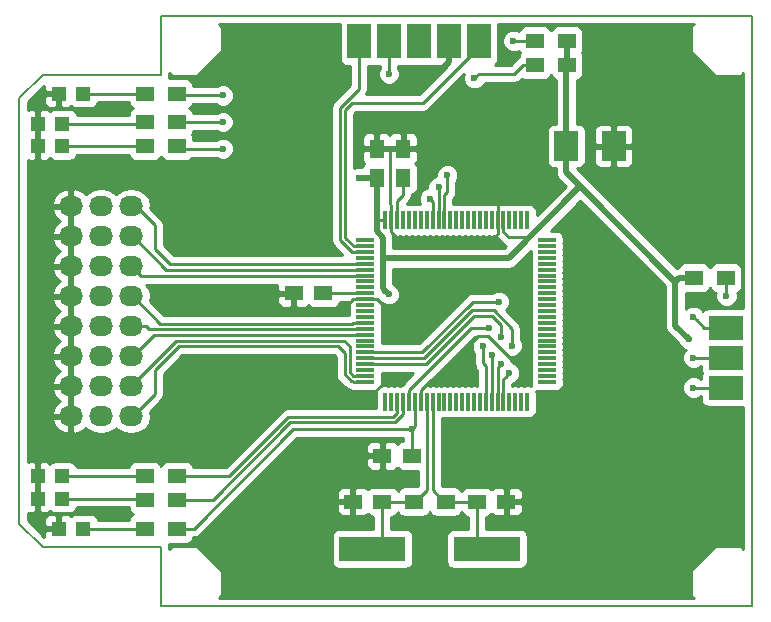
<source format=gbr>
G04 #@! TF.FileFunction,Copper,L1,Top,Signal*
%FSLAX46Y46*%
G04 Gerber Fmt 4.6, Leading zero omitted, Abs format (unit mm)*
G04 Created by KiCad (PCBNEW 4.0.0-rc1-stable) date 11/9/2015 9:11:32 AM*
%MOMM*%
G01*
G04 APERTURE LIST*
%ADD10C,0.100000*%
%ADD11C,0.150000*%
%ADD12R,1.500000X0.300000*%
%ADD13R,0.300000X1.500000*%
%ADD14O,2.032000X1.727200*%
%ADD15R,5.600700X2.100580*%
%ADD16R,1.500000X1.250000*%
%ADD17R,1.250000X1.500000*%
%ADD18R,1.198880X1.198880*%
%ADD19R,1.500000X1.300000*%
%ADD20R,3.000000X2.000000*%
%ADD21R,2.000000X3.000000*%
%ADD22R,2.000000X2.500000*%
%ADD23C,0.600000*%
%ADD24C,0.250000*%
%ADD25C,0.500000*%
%ADD26C,0.254000*%
G04 APERTURE END LIST*
D10*
D11*
X100800000Y-76200000D02*
X100800000Y-26200000D01*
X50800000Y-76200000D02*
X100800000Y-76200000D01*
X50800000Y-71200000D02*
X50800000Y-76200000D01*
X40800000Y-71200000D02*
X50800000Y-71200000D01*
X38800000Y-69200000D02*
X40800000Y-71200000D01*
X38800000Y-33200000D02*
X38800000Y-69200000D01*
X40800000Y-31200000D02*
X38800000Y-33200000D01*
X50800000Y-31200000D02*
X40800000Y-31200000D01*
X50800000Y-26200000D02*
X50800000Y-31200000D01*
X100800000Y-26200000D02*
X50800000Y-26200000D01*
D12*
X68100000Y-45200000D03*
X68100000Y-45700000D03*
X68100000Y-46200000D03*
X68100000Y-46700000D03*
X68100000Y-47200000D03*
X68100000Y-47700000D03*
X68100000Y-48200000D03*
X68100000Y-48700000D03*
X68100000Y-49200000D03*
X68100000Y-49700000D03*
X68100000Y-50200000D03*
X68100000Y-50700000D03*
X68100000Y-51200000D03*
X68100000Y-51700000D03*
X68100000Y-52200000D03*
X68100000Y-52700000D03*
X68100000Y-53200000D03*
X68100000Y-53700000D03*
X68100000Y-54200000D03*
X68100000Y-54700000D03*
X68100000Y-55200000D03*
X68100000Y-55700000D03*
X68100000Y-56200000D03*
X68100000Y-56700000D03*
X68100000Y-57200000D03*
D13*
X69800000Y-58900000D03*
X70300000Y-58900000D03*
X70800000Y-58900000D03*
X71300000Y-58900000D03*
X71800000Y-58900000D03*
X72300000Y-58900000D03*
X72800000Y-58900000D03*
X73300000Y-58900000D03*
X73800000Y-58900000D03*
X74300000Y-58900000D03*
X74800000Y-58900000D03*
X75300000Y-58900000D03*
X75800000Y-58900000D03*
X76300000Y-58900000D03*
X76800000Y-58900000D03*
X77300000Y-58900000D03*
X77800000Y-58900000D03*
X78300000Y-58900000D03*
X78800000Y-58900000D03*
X79300000Y-58900000D03*
X79800000Y-58900000D03*
X80300000Y-58900000D03*
X80800000Y-58900000D03*
X81300000Y-58900000D03*
X81800000Y-58900000D03*
D12*
X83500000Y-57200000D03*
X83500000Y-56700000D03*
X83500000Y-56200000D03*
X83500000Y-55700000D03*
X83500000Y-55200000D03*
X83500000Y-54700000D03*
X83500000Y-54200000D03*
X83500000Y-53700000D03*
X83500000Y-53200000D03*
X83500000Y-52700000D03*
X83500000Y-52200000D03*
X83500000Y-51700000D03*
X83500000Y-51200000D03*
X83500000Y-50700000D03*
X83500000Y-50200000D03*
X83500000Y-49700000D03*
X83500000Y-49200000D03*
X83500000Y-48700000D03*
X83500000Y-48200000D03*
X83500000Y-47700000D03*
X83500000Y-47200000D03*
X83500000Y-46700000D03*
X83500000Y-46200000D03*
X83500000Y-45700000D03*
X83500000Y-45200000D03*
D13*
X81800000Y-43500000D03*
X81300000Y-43500000D03*
X80800000Y-43500000D03*
X80300000Y-43500000D03*
X79800000Y-43500000D03*
X79300000Y-43500000D03*
X78800000Y-43500000D03*
X78300000Y-43500000D03*
X77800000Y-43500000D03*
X77300000Y-43500000D03*
X76800000Y-43500000D03*
X76300000Y-43500000D03*
X75800000Y-43500000D03*
X75300000Y-43500000D03*
X74800000Y-43500000D03*
X74300000Y-43500000D03*
X73800000Y-43500000D03*
X73300000Y-43500000D03*
X72800000Y-43500000D03*
X72300000Y-43500000D03*
X71800000Y-43500000D03*
X71300000Y-43500000D03*
X70800000Y-43500000D03*
X70300000Y-43500000D03*
X69800000Y-43500000D03*
D14*
X43180000Y-42310000D03*
X43180000Y-44850000D03*
X43180000Y-47390000D03*
X43180000Y-49930000D03*
X43180000Y-52470000D03*
X43180000Y-55010000D03*
X43180000Y-57550000D03*
X43180000Y-60090000D03*
X45720000Y-42310000D03*
X45720000Y-44850000D03*
X45720000Y-47390000D03*
X45720000Y-49930000D03*
X45720000Y-52470000D03*
X45720000Y-55010000D03*
X45720000Y-57550000D03*
X45720000Y-60090000D03*
X48260000Y-42310000D03*
X48260000Y-44850000D03*
X48260000Y-47390000D03*
X48260000Y-49930000D03*
X48260000Y-52470000D03*
X48260000Y-55010000D03*
X48260000Y-57550000D03*
X48260000Y-60090000D03*
D15*
X68701140Y-71330000D03*
X78398860Y-71330000D03*
D16*
X69550000Y-67330000D03*
X67050000Y-67330000D03*
X77550000Y-67330000D03*
X80050000Y-67330000D03*
D17*
X71300000Y-39950000D03*
X71300000Y-37450000D03*
X69050000Y-39950000D03*
X69050000Y-37450000D03*
D16*
X72050000Y-63450000D03*
X69550000Y-63450000D03*
X64550000Y-49700000D03*
X62050000Y-49700000D03*
D18*
X42451020Y-35325000D03*
X40352980Y-35325000D03*
X42451020Y-65170000D03*
X40352980Y-65170000D03*
X44229020Y-69615000D03*
X42130980Y-69615000D03*
X44229020Y-32785000D03*
X42130980Y-32785000D03*
X42451020Y-37230000D03*
X40352980Y-37230000D03*
X42451020Y-67075000D03*
X40352980Y-67075000D03*
D19*
X98632000Y-48387000D03*
X95932000Y-48387000D03*
X52150000Y-35198000D03*
X49450000Y-35198000D03*
X52150000Y-65170000D03*
X49450000Y-65170000D03*
X52150000Y-32785000D03*
X49450000Y-32785000D03*
X52150000Y-37230000D03*
X49450000Y-37230000D03*
X52150000Y-67202000D03*
X49450000Y-67202000D03*
X49450000Y-69615000D03*
X52150000Y-69615000D03*
X74900000Y-67330000D03*
X72200000Y-67330000D03*
X82470000Y-30353000D03*
X85170000Y-30353000D03*
X82470000Y-28321000D03*
X85170000Y-28321000D03*
D20*
X98665000Y-52597000D03*
X98665000Y-55137000D03*
X98665000Y-57677000D03*
D21*
X67564000Y-28335000D03*
X70104000Y-28335000D03*
X72644000Y-28335000D03*
X75184000Y-28335000D03*
X77724000Y-28335000D03*
D22*
X85122000Y-37230000D03*
X89122000Y-37230000D03*
D23*
X70358000Y-52832002D03*
X74422000Y-57023000D03*
X70358000Y-57022996D03*
X78994002Y-45339000D03*
X71120002Y-45339000D03*
X86360000Y-50800000D03*
X86360000Y-42418000D03*
X72262998Y-32512000D03*
X51943000Y-45593000D03*
X50419000Y-49783996D03*
X40259000Y-40132000D03*
X58166000Y-49657000D03*
X52832006Y-55245000D03*
X65277996Y-55245000D03*
X66294000Y-51054000D03*
X92710000Y-50800000D03*
X83566000Y-58928000D03*
X93980000Y-55626000D03*
X64770000Y-67310000D03*
X73660000Y-73406000D03*
X82296000Y-67310000D03*
X78994000Y-34290000D03*
X78740000Y-39624000D03*
X81534000Y-50800000D03*
X58420000Y-34798000D03*
X57403997Y-39624000D03*
X63753996Y-43434000D03*
X74930000Y-35305982D03*
X40386000Y-62484000D03*
X40386000Y-51308000D03*
X63754000Y-38862000D03*
X92583000Y-37211000D03*
X70103994Y-49784000D03*
X72050000Y-61200000D03*
X67550000Y-39950000D03*
X95504000Y-53594000D03*
X79400000Y-50400000D03*
X95884990Y-51689000D03*
X95885000Y-57677000D03*
X80517996Y-54121000D03*
X79600000Y-53400000D03*
X95884994Y-55137000D03*
X78585872Y-52657069D03*
X98679000Y-49911000D03*
X80645000Y-28321000D03*
X78050000Y-54200000D03*
X77343000Y-31496000D03*
X78799994Y-54950000D03*
X79550000Y-55700000D03*
X70104000Y-31115002D03*
X80299996Y-56450000D03*
X56050000Y-32950000D03*
X75050000Y-39700000D03*
X74299994Y-40700000D03*
X56050000Y-35200000D03*
X73550000Y-41700000D03*
X56050000Y-37450000D03*
D24*
X73300000Y-58900000D02*
X73300000Y-66330000D01*
X73300000Y-66330000D02*
X72300000Y-67330000D01*
X72300000Y-67330000D02*
X72200000Y-67330000D01*
X69550000Y-67330000D02*
X69550000Y-70481140D01*
X69550000Y-70481140D02*
X68701140Y-71330000D01*
X72200000Y-67330000D02*
X69550000Y-67330000D01*
X70358000Y-52407738D02*
X70358000Y-52832002D01*
X69100000Y-50200000D02*
X70358000Y-51458000D01*
X70358000Y-51458000D02*
X70358000Y-52407738D01*
X68100000Y-50200000D02*
X69100000Y-50200000D01*
X74422000Y-56598736D02*
X74422000Y-57023000D01*
X78486000Y-53340000D02*
X77680736Y-53340000D01*
X81280000Y-55118000D02*
X80264000Y-55118000D01*
X81534000Y-50800000D02*
X81534000Y-54864000D01*
X72800000Y-57900000D02*
X73677000Y-57023000D01*
X77680736Y-53340000D02*
X74422000Y-56598736D01*
X73997736Y-57023000D02*
X74422000Y-57023000D01*
X72800000Y-58900000D02*
X72800000Y-57900000D01*
X73677000Y-57023000D02*
X73997736Y-57023000D01*
X81534000Y-54864000D02*
X81280000Y-55118000D01*
X80264000Y-55118000D02*
X78486000Y-53340000D01*
X68028732Y-58928000D02*
X69933736Y-57022996D01*
X66294000Y-58928000D02*
X68028732Y-58928000D01*
X65277996Y-57911996D02*
X66294000Y-58928000D01*
X65277996Y-55245000D02*
X65277996Y-57911996D01*
X69933736Y-57022996D02*
X70358000Y-57022996D01*
X79300000Y-43500000D02*
X79300000Y-44652000D01*
X78994000Y-44958000D02*
X78994000Y-45338998D01*
X79300000Y-44652000D02*
X78994000Y-44958000D01*
X78994000Y-45338998D02*
X78994002Y-45339000D01*
X70300000Y-44518998D02*
X70820003Y-45039001D01*
X70300000Y-43500000D02*
X70300000Y-44518998D01*
X70820003Y-45039001D02*
X71120002Y-45339000D01*
X86360000Y-46482000D02*
X86360000Y-50800000D01*
X86360000Y-42418000D02*
X86360000Y-46482000D01*
X69850000Y-50800000D02*
X70358000Y-50800000D01*
X70358000Y-50800000D02*
X71120000Y-51562000D01*
X71120000Y-51562000D02*
X72400892Y-51562000D01*
X72400892Y-51562000D02*
X74940892Y-49022000D01*
X74940892Y-49022000D02*
X75692000Y-49022000D01*
X79734000Y-49000000D02*
X81534000Y-50800000D01*
X75692000Y-49022000D02*
X75714000Y-49000000D01*
X75714000Y-49000000D02*
X79734000Y-49000000D01*
D25*
X75184000Y-28335000D02*
X75184000Y-30099000D01*
X75184000Y-30099000D02*
X72771000Y-32512000D01*
X72687262Y-32512000D02*
X72262998Y-32512000D01*
X72771000Y-32512000D02*
X72687262Y-32512000D01*
D24*
X82296000Y-67310000D02*
X82296000Y-72771000D01*
X82296000Y-72771000D02*
X81661000Y-73406000D01*
X81661000Y-73406000D02*
X73660000Y-73406000D01*
X51943000Y-40259000D02*
X51943000Y-45168736D01*
X51943000Y-45168736D02*
X51943000Y-45593000D01*
X51816000Y-40132000D02*
X51943000Y-40259000D01*
X40259000Y-40132000D02*
X51816000Y-40132000D01*
X62050000Y-49700000D02*
X58209000Y-49700000D01*
X58209000Y-49700000D02*
X58166000Y-49657000D01*
X65277996Y-55245000D02*
X52832006Y-55245000D01*
X66294000Y-51006000D02*
X66294000Y-51054000D01*
X67100000Y-50200000D02*
X66294000Y-51006000D01*
X68100000Y-50200000D02*
X67100000Y-50200000D01*
X92710000Y-54356000D02*
X92710000Y-50800000D01*
X93980000Y-55626000D02*
X92710000Y-54356000D01*
X93980000Y-55626000D02*
X86868000Y-55626000D01*
X86868000Y-55626000D02*
X83566000Y-58928000D01*
X67106000Y-63450000D02*
X67050000Y-63506000D01*
X67050000Y-63506000D02*
X67050000Y-67330000D01*
X69550000Y-63450000D02*
X67106000Y-63450000D01*
X64770000Y-67310000D02*
X67030000Y-67310000D01*
X67030000Y-67310000D02*
X67050000Y-67330000D01*
X82296000Y-67310000D02*
X80070000Y-67310000D01*
X80070000Y-67310000D02*
X80050000Y-67330000D01*
X78994000Y-34290000D02*
X75945982Y-34290000D01*
X75945982Y-34290000D02*
X74930000Y-35305982D01*
X79039999Y-39923999D02*
X78740000Y-39624000D01*
X79300000Y-40184000D02*
X79039999Y-39923999D01*
X79300000Y-43500000D02*
X79300000Y-40184000D01*
X58120001Y-35097999D02*
X58420000Y-34798000D01*
X57403997Y-35814003D02*
X58120001Y-35097999D01*
X57403997Y-39624000D02*
X57403997Y-35814003D01*
X63754000Y-43433996D02*
X63753996Y-43434000D01*
X63754000Y-38862000D02*
X63754000Y-43433996D01*
X74630001Y-35605981D02*
X74930000Y-35305982D01*
X72785982Y-37450000D02*
X74630001Y-35605981D01*
X71300000Y-37450000D02*
X72785982Y-37450000D01*
X40386000Y-51308000D02*
X40386000Y-62484000D01*
X89122000Y-37230000D02*
X92564000Y-37230000D01*
X92564000Y-37230000D02*
X92583000Y-37211000D01*
X70167500Y-37465000D02*
X70167500Y-42100500D01*
X70300000Y-42233000D02*
X70300000Y-43500000D01*
X70167500Y-42100500D02*
X70300000Y-42233000D01*
X73800000Y-58900000D02*
X73800000Y-66330000D01*
X73800000Y-66330000D02*
X74800000Y-67330000D01*
X74800000Y-67330000D02*
X74900000Y-67330000D01*
X77550000Y-67330000D02*
X77550000Y-70481140D01*
X77550000Y-70481140D02*
X78398860Y-71330000D01*
X74900000Y-67330000D02*
X75900000Y-67330000D01*
X75900000Y-67330000D02*
X77550000Y-67330000D01*
X70800000Y-41849000D02*
X71300000Y-41349000D01*
X71300000Y-41349000D02*
X71300000Y-39950000D01*
X70800000Y-43500000D02*
X70800000Y-41849000D01*
X79800000Y-43500000D02*
X79800000Y-44494000D01*
X79800000Y-44494000D02*
X80264000Y-44958000D01*
X80264000Y-44958000D02*
X82042000Y-44958000D01*
D25*
X69596000Y-46741468D02*
X69596000Y-49276006D01*
X69596000Y-49276006D02*
X69803995Y-49484001D01*
X69803995Y-49484001D02*
X70103994Y-49784000D01*
X69596000Y-46741468D02*
X69596000Y-44985998D01*
X80223908Y-46736000D02*
X69601468Y-46736000D01*
X69601468Y-46736000D02*
X69596000Y-46741468D01*
X86306454Y-40653454D02*
X80223908Y-46736000D01*
X69596000Y-44985998D02*
X69050000Y-44439998D01*
X69050000Y-44439998D02*
X69050000Y-43497597D01*
D24*
X72300000Y-58900000D02*
X72300000Y-60950000D01*
X72300000Y-60950000D02*
X72050000Y-61200000D01*
X72050000Y-61200000D02*
X61999599Y-61200000D01*
X53584599Y-69615000D02*
X53400000Y-69615000D01*
X61999599Y-61200000D02*
X53584599Y-69615000D01*
X53400000Y-69615000D02*
X52150000Y-69615000D01*
X72050000Y-61200000D02*
X72050000Y-63450000D01*
D25*
X67550000Y-39950000D02*
X69050000Y-39950000D01*
X69050000Y-43497597D02*
X69050000Y-41200000D01*
D24*
X69800000Y-43500000D02*
X69052403Y-43500000D01*
X69052403Y-43500000D02*
X69050000Y-43497597D01*
X68100000Y-49700000D02*
X64550000Y-49700000D01*
D25*
X69050000Y-41200000D02*
X69050000Y-39950000D01*
X86306454Y-40653454D02*
X85122000Y-39469000D01*
X94361000Y-48708000D02*
X86306454Y-40653454D01*
X95504000Y-53594000D02*
X94361000Y-52451000D01*
X94361000Y-50292000D02*
X94361000Y-48708000D01*
X94361000Y-52451000D02*
X94361000Y-50292000D01*
X85122000Y-39469000D02*
X85122000Y-37230000D01*
X85122000Y-37230000D02*
X85122000Y-30401000D01*
X85122000Y-30401000D02*
X85170000Y-30353000D01*
X85170000Y-28321000D02*
X85170000Y-30353000D01*
X95932000Y-48387000D02*
X94682000Y-48387000D01*
X94682000Y-48387000D02*
X94361000Y-48708000D01*
D24*
X44229020Y-69615000D02*
X45078460Y-69615000D01*
X45078460Y-69615000D02*
X49450000Y-69615000D01*
X77724000Y-28335000D02*
X77724000Y-28835000D01*
X77724000Y-28835000D02*
X72959000Y-33600000D01*
X72959000Y-33600000D02*
X66985410Y-33600000D01*
X66985410Y-33600000D02*
X66421000Y-34164410D01*
X66421000Y-34164410D02*
X66421000Y-45006002D01*
X66421000Y-45006002D02*
X67114998Y-45700000D01*
X67114998Y-45700000D02*
X68100000Y-45700000D01*
X77660000Y-28835000D02*
X77660000Y-28335000D01*
X65970989Y-33978011D02*
X65970989Y-45192402D01*
X65970989Y-45192402D02*
X66978587Y-46200000D01*
X67564000Y-28335000D02*
X67564000Y-32385000D01*
X67564000Y-32385000D02*
X65970989Y-33978011D01*
X66978587Y-46200000D02*
X67100000Y-46200000D01*
X67100000Y-46200000D02*
X68100000Y-46200000D01*
X68100000Y-47200000D02*
X51550000Y-47200000D01*
X48660000Y-42310000D02*
X48260000Y-42310000D01*
X51550000Y-47200000D02*
X50300000Y-45950000D01*
X50300000Y-45950000D02*
X50300000Y-43950000D01*
X50300000Y-43950000D02*
X48660000Y-42310000D01*
X68100000Y-47700000D02*
X51262400Y-47700000D01*
X51262400Y-47700000D02*
X48412400Y-44850000D01*
X48412400Y-44850000D02*
X48260000Y-44850000D01*
X68100000Y-48200000D02*
X49070000Y-48200000D01*
X49070000Y-48200000D02*
X48260000Y-47390000D01*
X68100000Y-52200000D02*
X67054410Y-52200000D01*
X50748409Y-52266009D02*
X48412400Y-49930000D01*
X67054410Y-52200000D02*
X66988401Y-52266009D01*
X48412400Y-49930000D02*
X48260000Y-49930000D01*
X66988401Y-52266009D02*
X50748409Y-52266009D01*
X68100000Y-52700000D02*
X68083980Y-52716020D01*
X49526000Y-52470000D02*
X48260000Y-52470000D01*
X68083980Y-52716020D02*
X49772020Y-52716020D01*
X49772020Y-52716020D02*
X49526000Y-52470000D01*
X68100000Y-53200000D02*
X50222400Y-53200000D01*
X50222400Y-53200000D02*
X48412400Y-55010000D01*
X48412400Y-55010000D02*
X48260000Y-55010000D01*
X78975736Y-50400000D02*
X79400000Y-50400000D01*
X68100000Y-54700000D02*
X72936411Y-54700000D01*
X77236411Y-50400000D02*
X78975736Y-50400000D01*
X72936411Y-54700000D02*
X77236411Y-50400000D01*
X96184989Y-51988999D02*
X95884990Y-51689000D01*
X96792990Y-52597000D02*
X96184989Y-51988999D01*
X98665000Y-52597000D02*
X96792990Y-52597000D01*
X80517996Y-53696736D02*
X80517996Y-54121000D01*
X80517996Y-52681585D02*
X80517996Y-53696736D01*
X77122833Y-51149989D02*
X78986400Y-51149989D01*
X73072822Y-55200000D02*
X77122833Y-51149989D01*
X68100000Y-55200000D02*
X73072822Y-55200000D01*
X78986400Y-51149989D02*
X80517996Y-52681585D01*
X98665000Y-57677000D02*
X95885000Y-57677000D01*
X79600000Y-52975736D02*
X79600000Y-53400000D01*
X79600000Y-52400000D02*
X79600000Y-52975736D01*
X78800000Y-51600000D02*
X79600000Y-52400000D01*
X77309233Y-51600000D02*
X78800000Y-51600000D01*
X73209233Y-55700000D02*
X77309233Y-51600000D01*
X68100000Y-55700000D02*
X73209233Y-55700000D01*
X98665000Y-55137000D02*
X95884994Y-55137000D01*
X68100000Y-56700000D02*
X68075001Y-56675001D01*
X52110000Y-53700000D02*
X48260000Y-57550000D01*
X68075001Y-56675001D02*
X67089999Y-56675001D01*
X67089999Y-56675001D02*
X66800000Y-56385002D01*
X66800000Y-56385002D02*
X66800000Y-54200000D01*
X66800000Y-54200000D02*
X66300000Y-53700000D01*
X66300000Y-53700000D02*
X52110000Y-53700000D01*
X68100000Y-57200000D02*
X68075001Y-57175001D01*
X68075001Y-57175001D02*
X67089999Y-57175001D01*
X67089999Y-57175001D02*
X67040009Y-57125011D01*
X67040009Y-57125011D02*
X66903598Y-57125010D01*
X66903598Y-57125010D02*
X66349990Y-56571402D01*
X50300000Y-58202400D02*
X48412400Y-60090000D01*
X66349990Y-56571402D02*
X66349990Y-54749990D01*
X52300000Y-54200000D02*
X50300000Y-56200000D01*
X66349990Y-54749990D02*
X65800000Y-54200000D01*
X65800000Y-54200000D02*
X52300000Y-54200000D01*
X50300000Y-56200000D02*
X50300000Y-58202400D01*
X48412400Y-60090000D02*
X48260000Y-60090000D01*
X71800000Y-58900000D02*
X71800000Y-57900000D01*
X77042931Y-52657069D02*
X78161608Y-52657069D01*
X71800000Y-57900000D02*
X77042931Y-52657069D01*
X78161608Y-52657069D02*
X78585872Y-52657069D01*
X98632000Y-48387000D02*
X98632000Y-49864000D01*
X98632000Y-49864000D02*
X98679000Y-49911000D01*
X82470000Y-28321000D02*
X80645000Y-28321000D01*
X82470000Y-28340000D02*
X82451032Y-28321032D01*
X78050000Y-54624264D02*
X78050000Y-54200000D01*
X78050000Y-55625004D02*
X78050000Y-54624264D01*
X78300000Y-55875004D02*
X78050000Y-55625004D01*
X78300000Y-58900000D02*
X78300000Y-55875004D01*
X80708000Y-31115000D02*
X77724000Y-31115000D01*
X77724000Y-31115000D02*
X77343000Y-31496000D01*
X82470000Y-30353000D02*
X81470000Y-30353000D01*
X81470000Y-30353000D02*
X80708000Y-31115000D01*
X78800000Y-54950006D02*
X78799994Y-54950000D01*
X78800000Y-58900000D02*
X78800000Y-54950006D01*
X79300000Y-55950000D02*
X79550000Y-55700000D01*
X79300000Y-58900000D02*
X79300000Y-55950000D01*
X70104000Y-28335000D02*
X70104000Y-31115002D01*
X79999997Y-56749999D02*
X80299996Y-56450000D01*
X79800000Y-58900000D02*
X79800000Y-56949996D01*
X79800000Y-56949996D02*
X79999997Y-56749999D01*
X42451020Y-35325000D02*
X49323000Y-35325000D01*
X49323000Y-35325000D02*
X49450000Y-35198000D01*
X42451020Y-65170000D02*
X49450000Y-65170000D01*
X44229020Y-32785000D02*
X45078460Y-32785000D01*
X45078460Y-32785000D02*
X49450000Y-32785000D01*
X42451020Y-37230000D02*
X49450000Y-37230000D01*
X42451020Y-67075000D02*
X49323000Y-67075000D01*
X49323000Y-67075000D02*
X49450000Y-67202000D01*
X56580000Y-65170000D02*
X53150000Y-65170000D01*
X61575020Y-60174981D02*
X56580000Y-65170000D01*
X53150000Y-65170000D02*
X52150000Y-65170000D01*
X70438610Y-60174980D02*
X61575020Y-60174981D01*
X70800000Y-59813590D02*
X70438610Y-60174980D01*
X70800000Y-58900000D02*
X70800000Y-59813590D01*
X70800000Y-58900000D02*
X70800000Y-59500000D01*
X53150000Y-67202000D02*
X52150000Y-67202000D01*
X61761421Y-60624990D02*
X55184410Y-67202000D01*
X55184410Y-67202000D02*
X53150000Y-67202000D01*
X70625011Y-60624989D02*
X61761421Y-60624990D01*
X71300000Y-59950000D02*
X70625011Y-60624989D01*
X71300000Y-58900000D02*
X71300000Y-59950000D01*
X56050000Y-32950000D02*
X52315000Y-32950000D01*
X52315000Y-32950000D02*
X52150000Y-32785000D01*
X75050000Y-40124264D02*
X75050000Y-39700000D01*
X75050000Y-41125004D02*
X75050000Y-40124264D01*
X74800000Y-41375004D02*
X75050000Y-41125004D01*
X74800000Y-43500000D02*
X74800000Y-41375004D01*
X74300000Y-43500000D02*
X74300000Y-40700006D01*
X74300000Y-40700006D02*
X74299994Y-40700000D01*
X56050000Y-35200000D02*
X52152000Y-35200000D01*
X52152000Y-35200000D02*
X52150000Y-35198000D01*
X73800000Y-43500000D02*
X73800000Y-41950000D01*
X73800000Y-41950000D02*
X73550000Y-41700000D01*
X56050000Y-37450000D02*
X52370000Y-37450000D01*
X52370000Y-37450000D02*
X52150000Y-37230000D01*
D26*
G36*
X93476000Y-49074579D02*
X93476000Y-52450995D01*
X93475999Y-52451000D01*
X93510444Y-52624162D01*
X93543367Y-52789675D01*
X93712959Y-53043489D01*
X93735210Y-53076790D01*
X94661255Y-54002834D01*
X94710883Y-54122943D01*
X94973673Y-54386192D01*
X95213789Y-54485897D01*
X95092802Y-54606673D01*
X94950156Y-54950201D01*
X94949832Y-55322167D01*
X95091877Y-55665943D01*
X95354667Y-55929192D01*
X95698195Y-56071838D01*
X96070161Y-56072162D01*
X96413937Y-55930117D01*
X96447112Y-55897000D01*
X96517560Y-55897000D01*
X96517560Y-56137000D01*
X96561838Y-56372317D01*
X96582598Y-56404578D01*
X96568569Y-56425110D01*
X96517560Y-56677000D01*
X96517560Y-56917000D01*
X96447463Y-56917000D01*
X96415327Y-56884808D01*
X96071799Y-56742162D01*
X95699833Y-56741838D01*
X95356057Y-56883883D01*
X95092808Y-57146673D01*
X94950162Y-57490201D01*
X94949838Y-57862167D01*
X95091883Y-58205943D01*
X95354673Y-58469192D01*
X95698201Y-58611838D01*
X96070167Y-58612162D01*
X96413943Y-58470117D01*
X96447118Y-58437000D01*
X96517560Y-58437000D01*
X96517560Y-58677000D01*
X96561838Y-58912317D01*
X96700910Y-59128441D01*
X96913110Y-59273431D01*
X97165000Y-59324440D01*
X100090000Y-59324440D01*
X100090000Y-71310394D01*
X99889803Y-71110197D01*
X99849410Y-71083006D01*
X99800000Y-71073000D01*
X97800000Y-71073000D01*
X97752211Y-71082334D01*
X97710197Y-71110197D01*
X95710197Y-73110197D01*
X95683006Y-73150590D01*
X95673000Y-73200000D01*
X95673000Y-75200000D01*
X95682334Y-75247789D01*
X95710197Y-75289803D01*
X95910394Y-75490000D01*
X55689606Y-75490000D01*
X55889803Y-75289803D01*
X55916994Y-75249410D01*
X55927000Y-75200000D01*
X55927000Y-73200000D01*
X55917666Y-73152211D01*
X55889803Y-73110197D01*
X53889803Y-71110197D01*
X53849410Y-71083006D01*
X53800000Y-71073000D01*
X51800000Y-71073000D01*
X51752211Y-71082334D01*
X51710197Y-71110197D01*
X51510000Y-71310394D01*
X51510000Y-71200000D01*
X51455954Y-70928295D01*
X51445360Y-70912440D01*
X52900000Y-70912440D01*
X53135317Y-70868162D01*
X53351441Y-70729090D01*
X53496431Y-70516890D01*
X53525164Y-70375000D01*
X53584599Y-70375000D01*
X53875438Y-70317148D01*
X54122000Y-70152401D01*
X56658651Y-67615750D01*
X65665000Y-67615750D01*
X65665000Y-68081310D01*
X65761673Y-68314699D01*
X65940302Y-68493327D01*
X66173691Y-68590000D01*
X66764250Y-68590000D01*
X66923000Y-68431250D01*
X66923000Y-67457000D01*
X65823750Y-67457000D01*
X65665000Y-67615750D01*
X56658651Y-67615750D01*
X57695711Y-66578690D01*
X65665000Y-66578690D01*
X65665000Y-67044250D01*
X65823750Y-67203000D01*
X66923000Y-67203000D01*
X66923000Y-66228750D01*
X66764250Y-66070000D01*
X66173691Y-66070000D01*
X65940302Y-66166673D01*
X65761673Y-66345301D01*
X65665000Y-66578690D01*
X57695711Y-66578690D01*
X60538651Y-63735750D01*
X68165000Y-63735750D01*
X68165000Y-64201310D01*
X68261673Y-64434699D01*
X68440302Y-64613327D01*
X68673691Y-64710000D01*
X69264250Y-64710000D01*
X69423000Y-64551250D01*
X69423000Y-63577000D01*
X68323750Y-63577000D01*
X68165000Y-63735750D01*
X60538651Y-63735750D01*
X61575711Y-62698690D01*
X68165000Y-62698690D01*
X68165000Y-63164250D01*
X68323750Y-63323000D01*
X69423000Y-63323000D01*
X69423000Y-62348750D01*
X69264250Y-62190000D01*
X68673691Y-62190000D01*
X68440302Y-62286673D01*
X68261673Y-62465301D01*
X68165000Y-62698690D01*
X61575711Y-62698690D01*
X62314401Y-61960000D01*
X71290000Y-61960000D01*
X71290000Y-62179442D01*
X71064683Y-62221838D01*
X70848559Y-62360910D01*
X70802031Y-62429006D01*
X70659698Y-62286673D01*
X70426309Y-62190000D01*
X69835750Y-62190000D01*
X69677000Y-62348750D01*
X69677000Y-63323000D01*
X69697000Y-63323000D01*
X69697000Y-63577000D01*
X69677000Y-63577000D01*
X69677000Y-64551250D01*
X69835750Y-64710000D01*
X70426309Y-64710000D01*
X70659698Y-64613327D01*
X70800936Y-64472090D01*
X70835910Y-64526441D01*
X71048110Y-64671431D01*
X71300000Y-64722440D01*
X72540000Y-64722440D01*
X72540000Y-66015198D01*
X72522638Y-66032560D01*
X71450000Y-66032560D01*
X71214683Y-66076838D01*
X70998559Y-66215910D01*
X70865332Y-66410894D01*
X70764090Y-66253559D01*
X70551890Y-66108569D01*
X70300000Y-66057560D01*
X68800000Y-66057560D01*
X68564683Y-66101838D01*
X68348559Y-66240910D01*
X68302031Y-66309006D01*
X68159698Y-66166673D01*
X67926309Y-66070000D01*
X67335750Y-66070000D01*
X67177000Y-66228750D01*
X67177000Y-67203000D01*
X67197000Y-67203000D01*
X67197000Y-67457000D01*
X67177000Y-67457000D01*
X67177000Y-68431250D01*
X67335750Y-68590000D01*
X67926309Y-68590000D01*
X68159698Y-68493327D01*
X68300936Y-68352090D01*
X68335910Y-68406441D01*
X68548110Y-68551431D01*
X68790000Y-68600415D01*
X68790000Y-69632270D01*
X65900790Y-69632270D01*
X65665473Y-69676548D01*
X65449349Y-69815620D01*
X65304359Y-70027820D01*
X65253350Y-70279710D01*
X65253350Y-72380290D01*
X65297628Y-72615607D01*
X65436700Y-72831731D01*
X65648900Y-72976721D01*
X65900790Y-73027730D01*
X71501490Y-73027730D01*
X71736807Y-72983452D01*
X71952931Y-72844380D01*
X72097921Y-72632180D01*
X72148930Y-72380290D01*
X72148930Y-70279710D01*
X72104652Y-70044393D01*
X71965580Y-69828269D01*
X71753380Y-69683279D01*
X71501490Y-69632270D01*
X70310000Y-69632270D01*
X70310000Y-68600558D01*
X70535317Y-68558162D01*
X70751441Y-68419090D01*
X70868098Y-68248356D01*
X70985910Y-68431441D01*
X71198110Y-68576431D01*
X71450000Y-68627440D01*
X72950000Y-68627440D01*
X73185317Y-68583162D01*
X73401441Y-68444090D01*
X73546431Y-68231890D01*
X73549081Y-68218803D01*
X73685910Y-68431441D01*
X73898110Y-68576431D01*
X74150000Y-68627440D01*
X75650000Y-68627440D01*
X75885317Y-68583162D01*
X76101441Y-68444090D01*
X76234668Y-68249106D01*
X76335910Y-68406441D01*
X76548110Y-68551431D01*
X76790000Y-68600415D01*
X76790000Y-69632270D01*
X75598510Y-69632270D01*
X75363193Y-69676548D01*
X75147069Y-69815620D01*
X75002079Y-70027820D01*
X74951070Y-70279710D01*
X74951070Y-72380290D01*
X74995348Y-72615607D01*
X75134420Y-72831731D01*
X75346620Y-72976721D01*
X75598510Y-73027730D01*
X81199210Y-73027730D01*
X81434527Y-72983452D01*
X81650651Y-72844380D01*
X81795641Y-72632180D01*
X81846650Y-72380290D01*
X81846650Y-70279710D01*
X81802372Y-70044393D01*
X81663300Y-69828269D01*
X81451100Y-69683279D01*
X81199210Y-69632270D01*
X78310000Y-69632270D01*
X78310000Y-68600558D01*
X78535317Y-68558162D01*
X78751441Y-68419090D01*
X78797969Y-68350994D01*
X78940302Y-68493327D01*
X79173691Y-68590000D01*
X79764250Y-68590000D01*
X79923000Y-68431250D01*
X79923000Y-67457000D01*
X80177000Y-67457000D01*
X80177000Y-68431250D01*
X80335750Y-68590000D01*
X80926309Y-68590000D01*
X81159698Y-68493327D01*
X81338327Y-68314699D01*
X81435000Y-68081310D01*
X81435000Y-67615750D01*
X81276250Y-67457000D01*
X80177000Y-67457000D01*
X79923000Y-67457000D01*
X79903000Y-67457000D01*
X79903000Y-67203000D01*
X79923000Y-67203000D01*
X79923000Y-66228750D01*
X80177000Y-66228750D01*
X80177000Y-67203000D01*
X81276250Y-67203000D01*
X81435000Y-67044250D01*
X81435000Y-66578690D01*
X81338327Y-66345301D01*
X81159698Y-66166673D01*
X80926309Y-66070000D01*
X80335750Y-66070000D01*
X80177000Y-66228750D01*
X79923000Y-66228750D01*
X79764250Y-66070000D01*
X79173691Y-66070000D01*
X78940302Y-66166673D01*
X78799064Y-66307910D01*
X78764090Y-66253559D01*
X78551890Y-66108569D01*
X78300000Y-66057560D01*
X76800000Y-66057560D01*
X76564683Y-66101838D01*
X76348559Y-66240910D01*
X76231902Y-66411644D01*
X76114090Y-66228559D01*
X75901890Y-66083569D01*
X75650000Y-66032560D01*
X74577362Y-66032560D01*
X74560000Y-66015198D01*
X74560000Y-60279215D01*
X74650000Y-60297440D01*
X74950000Y-60297440D01*
X75053671Y-60277933D01*
X75150000Y-60297440D01*
X75450000Y-60297440D01*
X75553671Y-60277933D01*
X75650000Y-60297440D01*
X75950000Y-60297440D01*
X76053671Y-60277933D01*
X76150000Y-60297440D01*
X76450000Y-60297440D01*
X76553671Y-60277933D01*
X76650000Y-60297440D01*
X76950000Y-60297440D01*
X77053671Y-60277933D01*
X77150000Y-60297440D01*
X77450000Y-60297440D01*
X77553671Y-60277933D01*
X77650000Y-60297440D01*
X77950000Y-60297440D01*
X78053671Y-60277933D01*
X78150000Y-60297440D01*
X78450000Y-60297440D01*
X78553671Y-60277933D01*
X78650000Y-60297440D01*
X78950000Y-60297440D01*
X79053671Y-60277933D01*
X79150000Y-60297440D01*
X79450000Y-60297440D01*
X79553671Y-60277933D01*
X79650000Y-60297440D01*
X79950000Y-60297440D01*
X80053671Y-60277933D01*
X80150000Y-60297440D01*
X80450000Y-60297440D01*
X80553671Y-60277933D01*
X80650000Y-60297440D01*
X80950000Y-60297440D01*
X81053671Y-60277933D01*
X81150000Y-60297440D01*
X81450000Y-60297440D01*
X81553671Y-60277933D01*
X81650000Y-60297440D01*
X81950000Y-60297440D01*
X82185317Y-60253162D01*
X82401441Y-60114090D01*
X82546431Y-59901890D01*
X82597440Y-59650000D01*
X82597440Y-58150000D01*
X82561553Y-57959279D01*
X82750000Y-57997440D01*
X84250000Y-57997440D01*
X84485317Y-57953162D01*
X84701441Y-57814090D01*
X84846431Y-57601890D01*
X84897440Y-57350000D01*
X84897440Y-57050000D01*
X84877933Y-56946329D01*
X84897440Y-56850000D01*
X84897440Y-56550000D01*
X84877933Y-56446329D01*
X84897440Y-56350000D01*
X84897440Y-56050000D01*
X84877933Y-55946329D01*
X84897440Y-55850000D01*
X84897440Y-55550000D01*
X84877933Y-55446329D01*
X84897440Y-55350000D01*
X84897440Y-55050000D01*
X84877933Y-54946329D01*
X84897440Y-54850000D01*
X84897440Y-54550000D01*
X84877933Y-54446329D01*
X84897440Y-54350000D01*
X84897440Y-54050000D01*
X84877933Y-53946329D01*
X84897440Y-53850000D01*
X84897440Y-53550000D01*
X84877933Y-53446329D01*
X84897440Y-53350000D01*
X84897440Y-53050000D01*
X84877933Y-52946329D01*
X84897440Y-52850000D01*
X84897440Y-52550000D01*
X84877933Y-52446329D01*
X84897440Y-52350000D01*
X84897440Y-52050000D01*
X84877933Y-51946329D01*
X84897440Y-51850000D01*
X84897440Y-51550000D01*
X84877933Y-51446329D01*
X84897440Y-51350000D01*
X84897440Y-51050000D01*
X84877933Y-50946329D01*
X84897440Y-50850000D01*
X84897440Y-50550000D01*
X84877933Y-50446329D01*
X84897440Y-50350000D01*
X84897440Y-50050000D01*
X84877933Y-49946329D01*
X84897440Y-49850000D01*
X84897440Y-49550000D01*
X84877933Y-49446329D01*
X84897440Y-49350000D01*
X84897440Y-49050000D01*
X84877933Y-48946329D01*
X84897440Y-48850000D01*
X84897440Y-48550000D01*
X84877933Y-48446329D01*
X84897440Y-48350000D01*
X84897440Y-48050000D01*
X84877933Y-47946329D01*
X84897440Y-47850000D01*
X84897440Y-47550000D01*
X84877933Y-47446329D01*
X84897440Y-47350000D01*
X84897440Y-47050000D01*
X84877933Y-46946329D01*
X84897440Y-46850000D01*
X84897440Y-46550000D01*
X84877933Y-46446329D01*
X84897440Y-46350000D01*
X84897440Y-46050000D01*
X84877933Y-45946329D01*
X84897440Y-45850000D01*
X84897440Y-45550000D01*
X84877933Y-45446329D01*
X84897440Y-45350000D01*
X84897440Y-45050000D01*
X84853162Y-44814683D01*
X84714090Y-44598559D01*
X84501890Y-44453569D01*
X84250000Y-44402560D01*
X83808928Y-44402560D01*
X86306454Y-41905034D01*
X93476000Y-49074579D01*
X93476000Y-49074579D01*
G37*
X93476000Y-49074579D02*
X93476000Y-52450995D01*
X93475999Y-52451000D01*
X93510444Y-52624162D01*
X93543367Y-52789675D01*
X93712959Y-53043489D01*
X93735210Y-53076790D01*
X94661255Y-54002834D01*
X94710883Y-54122943D01*
X94973673Y-54386192D01*
X95213789Y-54485897D01*
X95092802Y-54606673D01*
X94950156Y-54950201D01*
X94949832Y-55322167D01*
X95091877Y-55665943D01*
X95354667Y-55929192D01*
X95698195Y-56071838D01*
X96070161Y-56072162D01*
X96413937Y-55930117D01*
X96447112Y-55897000D01*
X96517560Y-55897000D01*
X96517560Y-56137000D01*
X96561838Y-56372317D01*
X96582598Y-56404578D01*
X96568569Y-56425110D01*
X96517560Y-56677000D01*
X96517560Y-56917000D01*
X96447463Y-56917000D01*
X96415327Y-56884808D01*
X96071799Y-56742162D01*
X95699833Y-56741838D01*
X95356057Y-56883883D01*
X95092808Y-57146673D01*
X94950162Y-57490201D01*
X94949838Y-57862167D01*
X95091883Y-58205943D01*
X95354673Y-58469192D01*
X95698201Y-58611838D01*
X96070167Y-58612162D01*
X96413943Y-58470117D01*
X96447118Y-58437000D01*
X96517560Y-58437000D01*
X96517560Y-58677000D01*
X96561838Y-58912317D01*
X96700910Y-59128441D01*
X96913110Y-59273431D01*
X97165000Y-59324440D01*
X100090000Y-59324440D01*
X100090000Y-71310394D01*
X99889803Y-71110197D01*
X99849410Y-71083006D01*
X99800000Y-71073000D01*
X97800000Y-71073000D01*
X97752211Y-71082334D01*
X97710197Y-71110197D01*
X95710197Y-73110197D01*
X95683006Y-73150590D01*
X95673000Y-73200000D01*
X95673000Y-75200000D01*
X95682334Y-75247789D01*
X95710197Y-75289803D01*
X95910394Y-75490000D01*
X55689606Y-75490000D01*
X55889803Y-75289803D01*
X55916994Y-75249410D01*
X55927000Y-75200000D01*
X55927000Y-73200000D01*
X55917666Y-73152211D01*
X55889803Y-73110197D01*
X53889803Y-71110197D01*
X53849410Y-71083006D01*
X53800000Y-71073000D01*
X51800000Y-71073000D01*
X51752211Y-71082334D01*
X51710197Y-71110197D01*
X51510000Y-71310394D01*
X51510000Y-71200000D01*
X51455954Y-70928295D01*
X51445360Y-70912440D01*
X52900000Y-70912440D01*
X53135317Y-70868162D01*
X53351441Y-70729090D01*
X53496431Y-70516890D01*
X53525164Y-70375000D01*
X53584599Y-70375000D01*
X53875438Y-70317148D01*
X54122000Y-70152401D01*
X56658651Y-67615750D01*
X65665000Y-67615750D01*
X65665000Y-68081310D01*
X65761673Y-68314699D01*
X65940302Y-68493327D01*
X66173691Y-68590000D01*
X66764250Y-68590000D01*
X66923000Y-68431250D01*
X66923000Y-67457000D01*
X65823750Y-67457000D01*
X65665000Y-67615750D01*
X56658651Y-67615750D01*
X57695711Y-66578690D01*
X65665000Y-66578690D01*
X65665000Y-67044250D01*
X65823750Y-67203000D01*
X66923000Y-67203000D01*
X66923000Y-66228750D01*
X66764250Y-66070000D01*
X66173691Y-66070000D01*
X65940302Y-66166673D01*
X65761673Y-66345301D01*
X65665000Y-66578690D01*
X57695711Y-66578690D01*
X60538651Y-63735750D01*
X68165000Y-63735750D01*
X68165000Y-64201310D01*
X68261673Y-64434699D01*
X68440302Y-64613327D01*
X68673691Y-64710000D01*
X69264250Y-64710000D01*
X69423000Y-64551250D01*
X69423000Y-63577000D01*
X68323750Y-63577000D01*
X68165000Y-63735750D01*
X60538651Y-63735750D01*
X61575711Y-62698690D01*
X68165000Y-62698690D01*
X68165000Y-63164250D01*
X68323750Y-63323000D01*
X69423000Y-63323000D01*
X69423000Y-62348750D01*
X69264250Y-62190000D01*
X68673691Y-62190000D01*
X68440302Y-62286673D01*
X68261673Y-62465301D01*
X68165000Y-62698690D01*
X61575711Y-62698690D01*
X62314401Y-61960000D01*
X71290000Y-61960000D01*
X71290000Y-62179442D01*
X71064683Y-62221838D01*
X70848559Y-62360910D01*
X70802031Y-62429006D01*
X70659698Y-62286673D01*
X70426309Y-62190000D01*
X69835750Y-62190000D01*
X69677000Y-62348750D01*
X69677000Y-63323000D01*
X69697000Y-63323000D01*
X69697000Y-63577000D01*
X69677000Y-63577000D01*
X69677000Y-64551250D01*
X69835750Y-64710000D01*
X70426309Y-64710000D01*
X70659698Y-64613327D01*
X70800936Y-64472090D01*
X70835910Y-64526441D01*
X71048110Y-64671431D01*
X71300000Y-64722440D01*
X72540000Y-64722440D01*
X72540000Y-66015198D01*
X72522638Y-66032560D01*
X71450000Y-66032560D01*
X71214683Y-66076838D01*
X70998559Y-66215910D01*
X70865332Y-66410894D01*
X70764090Y-66253559D01*
X70551890Y-66108569D01*
X70300000Y-66057560D01*
X68800000Y-66057560D01*
X68564683Y-66101838D01*
X68348559Y-66240910D01*
X68302031Y-66309006D01*
X68159698Y-66166673D01*
X67926309Y-66070000D01*
X67335750Y-66070000D01*
X67177000Y-66228750D01*
X67177000Y-67203000D01*
X67197000Y-67203000D01*
X67197000Y-67457000D01*
X67177000Y-67457000D01*
X67177000Y-68431250D01*
X67335750Y-68590000D01*
X67926309Y-68590000D01*
X68159698Y-68493327D01*
X68300936Y-68352090D01*
X68335910Y-68406441D01*
X68548110Y-68551431D01*
X68790000Y-68600415D01*
X68790000Y-69632270D01*
X65900790Y-69632270D01*
X65665473Y-69676548D01*
X65449349Y-69815620D01*
X65304359Y-70027820D01*
X65253350Y-70279710D01*
X65253350Y-72380290D01*
X65297628Y-72615607D01*
X65436700Y-72831731D01*
X65648900Y-72976721D01*
X65900790Y-73027730D01*
X71501490Y-73027730D01*
X71736807Y-72983452D01*
X71952931Y-72844380D01*
X72097921Y-72632180D01*
X72148930Y-72380290D01*
X72148930Y-70279710D01*
X72104652Y-70044393D01*
X71965580Y-69828269D01*
X71753380Y-69683279D01*
X71501490Y-69632270D01*
X70310000Y-69632270D01*
X70310000Y-68600558D01*
X70535317Y-68558162D01*
X70751441Y-68419090D01*
X70868098Y-68248356D01*
X70985910Y-68431441D01*
X71198110Y-68576431D01*
X71450000Y-68627440D01*
X72950000Y-68627440D01*
X73185317Y-68583162D01*
X73401441Y-68444090D01*
X73546431Y-68231890D01*
X73549081Y-68218803D01*
X73685910Y-68431441D01*
X73898110Y-68576431D01*
X74150000Y-68627440D01*
X75650000Y-68627440D01*
X75885317Y-68583162D01*
X76101441Y-68444090D01*
X76234668Y-68249106D01*
X76335910Y-68406441D01*
X76548110Y-68551431D01*
X76790000Y-68600415D01*
X76790000Y-69632270D01*
X75598510Y-69632270D01*
X75363193Y-69676548D01*
X75147069Y-69815620D01*
X75002079Y-70027820D01*
X74951070Y-70279710D01*
X74951070Y-72380290D01*
X74995348Y-72615607D01*
X75134420Y-72831731D01*
X75346620Y-72976721D01*
X75598510Y-73027730D01*
X81199210Y-73027730D01*
X81434527Y-72983452D01*
X81650651Y-72844380D01*
X81795641Y-72632180D01*
X81846650Y-72380290D01*
X81846650Y-70279710D01*
X81802372Y-70044393D01*
X81663300Y-69828269D01*
X81451100Y-69683279D01*
X81199210Y-69632270D01*
X78310000Y-69632270D01*
X78310000Y-68600558D01*
X78535317Y-68558162D01*
X78751441Y-68419090D01*
X78797969Y-68350994D01*
X78940302Y-68493327D01*
X79173691Y-68590000D01*
X79764250Y-68590000D01*
X79923000Y-68431250D01*
X79923000Y-67457000D01*
X80177000Y-67457000D01*
X80177000Y-68431250D01*
X80335750Y-68590000D01*
X80926309Y-68590000D01*
X81159698Y-68493327D01*
X81338327Y-68314699D01*
X81435000Y-68081310D01*
X81435000Y-67615750D01*
X81276250Y-67457000D01*
X80177000Y-67457000D01*
X79923000Y-67457000D01*
X79903000Y-67457000D01*
X79903000Y-67203000D01*
X79923000Y-67203000D01*
X79923000Y-66228750D01*
X80177000Y-66228750D01*
X80177000Y-67203000D01*
X81276250Y-67203000D01*
X81435000Y-67044250D01*
X81435000Y-66578690D01*
X81338327Y-66345301D01*
X81159698Y-66166673D01*
X80926309Y-66070000D01*
X80335750Y-66070000D01*
X80177000Y-66228750D01*
X79923000Y-66228750D01*
X79764250Y-66070000D01*
X79173691Y-66070000D01*
X78940302Y-66166673D01*
X78799064Y-66307910D01*
X78764090Y-66253559D01*
X78551890Y-66108569D01*
X78300000Y-66057560D01*
X76800000Y-66057560D01*
X76564683Y-66101838D01*
X76348559Y-66240910D01*
X76231902Y-66411644D01*
X76114090Y-66228559D01*
X75901890Y-66083569D01*
X75650000Y-66032560D01*
X74577362Y-66032560D01*
X74560000Y-66015198D01*
X74560000Y-60279215D01*
X74650000Y-60297440D01*
X74950000Y-60297440D01*
X75053671Y-60277933D01*
X75150000Y-60297440D01*
X75450000Y-60297440D01*
X75553671Y-60277933D01*
X75650000Y-60297440D01*
X75950000Y-60297440D01*
X76053671Y-60277933D01*
X76150000Y-60297440D01*
X76450000Y-60297440D01*
X76553671Y-60277933D01*
X76650000Y-60297440D01*
X76950000Y-60297440D01*
X77053671Y-60277933D01*
X77150000Y-60297440D01*
X77450000Y-60297440D01*
X77553671Y-60277933D01*
X77650000Y-60297440D01*
X77950000Y-60297440D01*
X78053671Y-60277933D01*
X78150000Y-60297440D01*
X78450000Y-60297440D01*
X78553671Y-60277933D01*
X78650000Y-60297440D01*
X78950000Y-60297440D01*
X79053671Y-60277933D01*
X79150000Y-60297440D01*
X79450000Y-60297440D01*
X79553671Y-60277933D01*
X79650000Y-60297440D01*
X79950000Y-60297440D01*
X80053671Y-60277933D01*
X80150000Y-60297440D01*
X80450000Y-60297440D01*
X80553671Y-60277933D01*
X80650000Y-60297440D01*
X80950000Y-60297440D01*
X81053671Y-60277933D01*
X81150000Y-60297440D01*
X81450000Y-60297440D01*
X81553671Y-60277933D01*
X81650000Y-60297440D01*
X81950000Y-60297440D01*
X82185317Y-60253162D01*
X82401441Y-60114090D01*
X82546431Y-59901890D01*
X82597440Y-59650000D01*
X82597440Y-58150000D01*
X82561553Y-57959279D01*
X82750000Y-57997440D01*
X84250000Y-57997440D01*
X84485317Y-57953162D01*
X84701441Y-57814090D01*
X84846431Y-57601890D01*
X84897440Y-57350000D01*
X84897440Y-57050000D01*
X84877933Y-56946329D01*
X84897440Y-56850000D01*
X84897440Y-56550000D01*
X84877933Y-56446329D01*
X84897440Y-56350000D01*
X84897440Y-56050000D01*
X84877933Y-55946329D01*
X84897440Y-55850000D01*
X84897440Y-55550000D01*
X84877933Y-55446329D01*
X84897440Y-55350000D01*
X84897440Y-55050000D01*
X84877933Y-54946329D01*
X84897440Y-54850000D01*
X84897440Y-54550000D01*
X84877933Y-54446329D01*
X84897440Y-54350000D01*
X84897440Y-54050000D01*
X84877933Y-53946329D01*
X84897440Y-53850000D01*
X84897440Y-53550000D01*
X84877933Y-53446329D01*
X84897440Y-53350000D01*
X84897440Y-53050000D01*
X84877933Y-52946329D01*
X84897440Y-52850000D01*
X84897440Y-52550000D01*
X84877933Y-52446329D01*
X84897440Y-52350000D01*
X84897440Y-52050000D01*
X84877933Y-51946329D01*
X84897440Y-51850000D01*
X84897440Y-51550000D01*
X84877933Y-51446329D01*
X84897440Y-51350000D01*
X84897440Y-51050000D01*
X84877933Y-50946329D01*
X84897440Y-50850000D01*
X84897440Y-50550000D01*
X84877933Y-50446329D01*
X84897440Y-50350000D01*
X84897440Y-50050000D01*
X84877933Y-49946329D01*
X84897440Y-49850000D01*
X84897440Y-49550000D01*
X84877933Y-49446329D01*
X84897440Y-49350000D01*
X84897440Y-49050000D01*
X84877933Y-48946329D01*
X84897440Y-48850000D01*
X84897440Y-48550000D01*
X84877933Y-48446329D01*
X84897440Y-48350000D01*
X84897440Y-48050000D01*
X84877933Y-47946329D01*
X84897440Y-47850000D01*
X84897440Y-47550000D01*
X84877933Y-47446329D01*
X84897440Y-47350000D01*
X84897440Y-47050000D01*
X84877933Y-46946329D01*
X84897440Y-46850000D01*
X84897440Y-46550000D01*
X84877933Y-46446329D01*
X84897440Y-46350000D01*
X84897440Y-46050000D01*
X84877933Y-45946329D01*
X84897440Y-45850000D01*
X84897440Y-45550000D01*
X84877933Y-45446329D01*
X84897440Y-45350000D01*
X84897440Y-45050000D01*
X84853162Y-44814683D01*
X84714090Y-44598559D01*
X84501890Y-44453569D01*
X84250000Y-44402560D01*
X83808928Y-44402560D01*
X86306454Y-41905034D01*
X93476000Y-49074579D01*
G36*
X65916560Y-29835000D02*
X65960838Y-30070317D01*
X66099910Y-30286441D01*
X66312110Y-30431431D01*
X66564000Y-30482440D01*
X66804000Y-30482440D01*
X66804000Y-32070198D01*
X65433588Y-33440610D01*
X65268841Y-33687172D01*
X65210989Y-33978011D01*
X65210989Y-45192402D01*
X65268841Y-45483241D01*
X65433588Y-45729803D01*
X66143785Y-46440000D01*
X51864802Y-46440000D01*
X51060000Y-45635198D01*
X51060000Y-43950000D01*
X51002148Y-43659161D01*
X51002148Y-43659160D01*
X50837401Y-43412599D01*
X49908746Y-42483944D01*
X49943345Y-42310000D01*
X49829271Y-41736511D01*
X49504415Y-41250330D01*
X49018234Y-40925474D01*
X48444745Y-40811400D01*
X48075255Y-40811400D01*
X47501766Y-40925474D01*
X47015585Y-41250330D01*
X46990000Y-41288621D01*
X46964415Y-41250330D01*
X46478234Y-40925474D01*
X45904745Y-40811400D01*
X45535255Y-40811400D01*
X44961766Y-40925474D01*
X44475585Y-41250330D01*
X44430246Y-41318184D01*
X44094320Y-41018046D01*
X43541913Y-40824816D01*
X43307000Y-40969076D01*
X43307000Y-42183000D01*
X43327000Y-42183000D01*
X43327000Y-42437000D01*
X43307000Y-42437000D01*
X43307000Y-44723000D01*
X43327000Y-44723000D01*
X43327000Y-44977000D01*
X43307000Y-44977000D01*
X43307000Y-47263000D01*
X43327000Y-47263000D01*
X43327000Y-47517000D01*
X43307000Y-47517000D01*
X43307000Y-49803000D01*
X43327000Y-49803000D01*
X43327000Y-50057000D01*
X43307000Y-50057000D01*
X43307000Y-52343000D01*
X43327000Y-52343000D01*
X43327000Y-52597000D01*
X43307000Y-52597000D01*
X43307000Y-54883000D01*
X43327000Y-54883000D01*
X43327000Y-55137000D01*
X43307000Y-55137000D01*
X43307000Y-57423000D01*
X43327000Y-57423000D01*
X43327000Y-57677000D01*
X43307000Y-57677000D01*
X43307000Y-59963000D01*
X43327000Y-59963000D01*
X43327000Y-60217000D01*
X43307000Y-60217000D01*
X43307000Y-61430924D01*
X43541913Y-61575184D01*
X44094320Y-61381954D01*
X44430246Y-61081816D01*
X44475585Y-61149670D01*
X44961766Y-61474526D01*
X45535255Y-61588600D01*
X45904745Y-61588600D01*
X46478234Y-61474526D01*
X46964415Y-61149670D01*
X46990000Y-61111379D01*
X47015585Y-61149670D01*
X47501766Y-61474526D01*
X48075255Y-61588600D01*
X48444745Y-61588600D01*
X49018234Y-61474526D01*
X49504415Y-61149670D01*
X49829271Y-60663489D01*
X49943345Y-60090000D01*
X49867666Y-59709536D01*
X50837401Y-58739801D01*
X51002148Y-58493239D01*
X51060000Y-58202400D01*
X51060000Y-56514802D01*
X52614802Y-54960000D01*
X65485198Y-54960000D01*
X65589990Y-55064792D01*
X65589990Y-56571402D01*
X65647842Y-56862241D01*
X65812589Y-57108803D01*
X66366197Y-57662411D01*
X66478428Y-57737401D01*
X66612754Y-57827156D01*
X66612757Y-57827157D01*
X66612759Y-57827158D01*
X66745736Y-57853609D01*
X66771642Y-57858762D01*
X66799160Y-57877149D01*
X67077843Y-57932583D01*
X67098110Y-57946431D01*
X67350000Y-57997440D01*
X68850000Y-57997440D01*
X69040721Y-57961553D01*
X69002560Y-58150000D01*
X69002560Y-59414980D01*
X61575020Y-59414981D01*
X61284180Y-59472833D01*
X61037619Y-59637580D01*
X56265198Y-64410000D01*
X53526742Y-64410000D01*
X53503162Y-64284683D01*
X53364090Y-64068559D01*
X53151890Y-63923569D01*
X52900000Y-63872560D01*
X51400000Y-63872560D01*
X51164683Y-63916838D01*
X50948559Y-64055910D01*
X50803569Y-64268110D01*
X50800919Y-64281197D01*
X50664090Y-64068559D01*
X50451890Y-63923569D01*
X50200000Y-63872560D01*
X48700000Y-63872560D01*
X48464683Y-63916838D01*
X48248559Y-64055910D01*
X48103569Y-64268110D01*
X48074836Y-64410000D01*
X43667689Y-64410000D01*
X43653622Y-64335243D01*
X43514550Y-64119119D01*
X43302350Y-63974129D01*
X43050460Y-63923120D01*
X41851580Y-63923120D01*
X41616263Y-63967398D01*
X41400139Y-64106470D01*
X41394544Y-64114659D01*
X41312118Y-64032233D01*
X41078729Y-63935560D01*
X40638730Y-63935560D01*
X40479980Y-64094310D01*
X40479980Y-65043000D01*
X40499980Y-65043000D01*
X40499980Y-65297000D01*
X40479980Y-65297000D01*
X40479980Y-66948000D01*
X40499980Y-66948000D01*
X40499980Y-67202000D01*
X40479980Y-67202000D01*
X40479980Y-68150690D01*
X40638730Y-68309440D01*
X41078729Y-68309440D01*
X41312118Y-68212767D01*
X41394331Y-68130555D01*
X41599690Y-68270871D01*
X41851580Y-68321880D01*
X43050460Y-68321880D01*
X43285777Y-68277602D01*
X43501901Y-68138530D01*
X43646891Y-67926330D01*
X43665386Y-67835000D01*
X48052560Y-67835000D01*
X48052560Y-67852000D01*
X48096838Y-68087317D01*
X48235910Y-68303441D01*
X48390881Y-68409328D01*
X48248559Y-68500910D01*
X48103569Y-68713110D01*
X48074836Y-68855000D01*
X45445689Y-68855000D01*
X45431622Y-68780243D01*
X45292550Y-68564119D01*
X45080350Y-68419129D01*
X44828460Y-68368120D01*
X43629580Y-68368120D01*
X43394263Y-68412398D01*
X43178139Y-68551470D01*
X43172544Y-68559659D01*
X43090118Y-68477233D01*
X42856729Y-68380560D01*
X42416730Y-68380560D01*
X42257980Y-68539310D01*
X42257980Y-69488000D01*
X42277980Y-69488000D01*
X42277980Y-69742000D01*
X42257980Y-69742000D01*
X42257980Y-69762000D01*
X42003980Y-69762000D01*
X42003980Y-69742000D01*
X41055290Y-69742000D01*
X40896540Y-69900750D01*
X40896540Y-70292448D01*
X39510000Y-68905908D01*
X39510000Y-68889250D01*
X40896540Y-68889250D01*
X40896540Y-69329250D01*
X41055290Y-69488000D01*
X42003980Y-69488000D01*
X42003980Y-68539310D01*
X41845230Y-68380560D01*
X41405231Y-68380560D01*
X41171842Y-68477233D01*
X40993213Y-68655861D01*
X40896540Y-68889250D01*
X39510000Y-68889250D01*
X39510000Y-68260881D01*
X39627231Y-68309440D01*
X40067230Y-68309440D01*
X40225980Y-68150690D01*
X40225980Y-67202000D01*
X40205980Y-67202000D01*
X40205980Y-66948000D01*
X40225980Y-66948000D01*
X40225980Y-65297000D01*
X40205980Y-65297000D01*
X40205980Y-65043000D01*
X40225980Y-65043000D01*
X40225980Y-64094310D01*
X40067230Y-63935560D01*
X39627231Y-63935560D01*
X39510000Y-63984119D01*
X39510000Y-60449026D01*
X41572642Y-60449026D01*
X41575291Y-60464791D01*
X41829268Y-60992036D01*
X42265680Y-61381954D01*
X42818087Y-61575184D01*
X43053000Y-61430924D01*
X43053000Y-60217000D01*
X41693783Y-60217000D01*
X41572642Y-60449026D01*
X39510000Y-60449026D01*
X39510000Y-57909026D01*
X41572642Y-57909026D01*
X41575291Y-57924791D01*
X41829268Y-58452036D01*
X42241108Y-58820000D01*
X41829268Y-59187964D01*
X41575291Y-59715209D01*
X41572642Y-59730974D01*
X41693783Y-59963000D01*
X43053000Y-59963000D01*
X43053000Y-57677000D01*
X41693783Y-57677000D01*
X41572642Y-57909026D01*
X39510000Y-57909026D01*
X39510000Y-55369026D01*
X41572642Y-55369026D01*
X41575291Y-55384791D01*
X41829268Y-55912036D01*
X42241108Y-56280000D01*
X41829268Y-56647964D01*
X41575291Y-57175209D01*
X41572642Y-57190974D01*
X41693783Y-57423000D01*
X43053000Y-57423000D01*
X43053000Y-55137000D01*
X41693783Y-55137000D01*
X41572642Y-55369026D01*
X39510000Y-55369026D01*
X39510000Y-52829026D01*
X41572642Y-52829026D01*
X41575291Y-52844791D01*
X41829268Y-53372036D01*
X42241108Y-53740000D01*
X41829268Y-54107964D01*
X41575291Y-54635209D01*
X41572642Y-54650974D01*
X41693783Y-54883000D01*
X43053000Y-54883000D01*
X43053000Y-52597000D01*
X41693783Y-52597000D01*
X41572642Y-52829026D01*
X39510000Y-52829026D01*
X39510000Y-50289026D01*
X41572642Y-50289026D01*
X41575291Y-50304791D01*
X41829268Y-50832036D01*
X42241108Y-51200000D01*
X41829268Y-51567964D01*
X41575291Y-52095209D01*
X41572642Y-52110974D01*
X41693783Y-52343000D01*
X43053000Y-52343000D01*
X43053000Y-50057000D01*
X41693783Y-50057000D01*
X41572642Y-50289026D01*
X39510000Y-50289026D01*
X39510000Y-47749026D01*
X41572642Y-47749026D01*
X41575291Y-47764791D01*
X41829268Y-48292036D01*
X42241108Y-48660000D01*
X41829268Y-49027964D01*
X41575291Y-49555209D01*
X41572642Y-49570974D01*
X41693783Y-49803000D01*
X43053000Y-49803000D01*
X43053000Y-47517000D01*
X41693783Y-47517000D01*
X41572642Y-47749026D01*
X39510000Y-47749026D01*
X39510000Y-45209026D01*
X41572642Y-45209026D01*
X41575291Y-45224791D01*
X41829268Y-45752036D01*
X42241108Y-46120000D01*
X41829268Y-46487964D01*
X41575291Y-47015209D01*
X41572642Y-47030974D01*
X41693783Y-47263000D01*
X43053000Y-47263000D01*
X43053000Y-44977000D01*
X41693783Y-44977000D01*
X41572642Y-45209026D01*
X39510000Y-45209026D01*
X39510000Y-42669026D01*
X41572642Y-42669026D01*
X41575291Y-42684791D01*
X41829268Y-43212036D01*
X42241108Y-43580000D01*
X41829268Y-43947964D01*
X41575291Y-44475209D01*
X41572642Y-44490974D01*
X41693783Y-44723000D01*
X43053000Y-44723000D01*
X43053000Y-42437000D01*
X41693783Y-42437000D01*
X41572642Y-42669026D01*
X39510000Y-42669026D01*
X39510000Y-41950974D01*
X41572642Y-41950974D01*
X41693783Y-42183000D01*
X43053000Y-42183000D01*
X43053000Y-40969076D01*
X42818087Y-40824816D01*
X42265680Y-41018046D01*
X41829268Y-41407964D01*
X41575291Y-41935209D01*
X41572642Y-41950974D01*
X39510000Y-41950974D01*
X39510000Y-38415881D01*
X39627231Y-38464440D01*
X40067230Y-38464440D01*
X40225980Y-38305690D01*
X40225980Y-37357000D01*
X40205980Y-37357000D01*
X40205980Y-37103000D01*
X40225980Y-37103000D01*
X40225980Y-35452000D01*
X40205980Y-35452000D01*
X40205980Y-35198000D01*
X40225980Y-35198000D01*
X40225980Y-34249310D01*
X40067230Y-34090560D01*
X39627231Y-34090560D01*
X39510000Y-34139119D01*
X39510000Y-33494092D01*
X39933342Y-33070750D01*
X40896540Y-33070750D01*
X40896540Y-33510750D01*
X40993213Y-33744139D01*
X41171842Y-33922767D01*
X41405231Y-34019440D01*
X41845230Y-34019440D01*
X42003980Y-33860690D01*
X42003980Y-32912000D01*
X41055290Y-32912000D01*
X40896540Y-33070750D01*
X39933342Y-33070750D01*
X40896540Y-32107552D01*
X40896540Y-32499250D01*
X41055290Y-32658000D01*
X42003980Y-32658000D01*
X42003980Y-32638000D01*
X42257980Y-32638000D01*
X42257980Y-32658000D01*
X42277980Y-32658000D01*
X42277980Y-32912000D01*
X42257980Y-32912000D01*
X42257980Y-33860690D01*
X42416730Y-34019440D01*
X42856729Y-34019440D01*
X43090118Y-33922767D01*
X43172331Y-33840555D01*
X43377690Y-33980871D01*
X43629580Y-34031880D01*
X44828460Y-34031880D01*
X45063777Y-33987602D01*
X45279901Y-33848530D01*
X45424891Y-33636330D01*
X45443386Y-33545000D01*
X48073258Y-33545000D01*
X48096838Y-33670317D01*
X48235910Y-33886441D01*
X48390881Y-33992328D01*
X48248559Y-34083910D01*
X48103569Y-34296110D01*
X48052560Y-34548000D01*
X48052560Y-34565000D01*
X43667689Y-34565000D01*
X43653622Y-34490243D01*
X43514550Y-34274119D01*
X43302350Y-34129129D01*
X43050460Y-34078120D01*
X41851580Y-34078120D01*
X41616263Y-34122398D01*
X41400139Y-34261470D01*
X41394544Y-34269659D01*
X41312118Y-34187233D01*
X41078729Y-34090560D01*
X40638730Y-34090560D01*
X40479980Y-34249310D01*
X40479980Y-35198000D01*
X40499980Y-35198000D01*
X40499980Y-35452000D01*
X40479980Y-35452000D01*
X40479980Y-37103000D01*
X40499980Y-37103000D01*
X40499980Y-37357000D01*
X40479980Y-37357000D01*
X40479980Y-38305690D01*
X40638730Y-38464440D01*
X41078729Y-38464440D01*
X41312118Y-38367767D01*
X41394331Y-38285555D01*
X41599690Y-38425871D01*
X41851580Y-38476880D01*
X43050460Y-38476880D01*
X43285777Y-38432602D01*
X43501901Y-38293530D01*
X43646891Y-38081330D01*
X43665386Y-37990000D01*
X48073258Y-37990000D01*
X48096838Y-38115317D01*
X48235910Y-38331441D01*
X48448110Y-38476431D01*
X48700000Y-38527440D01*
X50200000Y-38527440D01*
X50435317Y-38483162D01*
X50651441Y-38344090D01*
X50796431Y-38131890D01*
X50799081Y-38118803D01*
X50935910Y-38331441D01*
X51148110Y-38476431D01*
X51400000Y-38527440D01*
X52900000Y-38527440D01*
X53135317Y-38483162D01*
X53351441Y-38344090D01*
X53443061Y-38210000D01*
X55487537Y-38210000D01*
X55519673Y-38242192D01*
X55863201Y-38384838D01*
X56235167Y-38385162D01*
X56578943Y-38243117D01*
X56842192Y-37980327D01*
X56984838Y-37636799D01*
X56985162Y-37264833D01*
X56843117Y-36921057D01*
X56580327Y-36657808D01*
X56236799Y-36515162D01*
X55864833Y-36514838D01*
X55521057Y-36656883D01*
X55487882Y-36690000D01*
X53547440Y-36690000D01*
X53547440Y-36580000D01*
X53503162Y-36344683D01*
X53418775Y-36213543D01*
X53496431Y-36099890D01*
X53524759Y-35960000D01*
X55487537Y-35960000D01*
X55519673Y-35992192D01*
X55863201Y-36134838D01*
X56235167Y-36135162D01*
X56578943Y-35993117D01*
X56842192Y-35730327D01*
X56984838Y-35386799D01*
X56985162Y-35014833D01*
X56843117Y-34671057D01*
X56580327Y-34407808D01*
X56236799Y-34265162D01*
X55864833Y-34264838D01*
X55521057Y-34406883D01*
X55487882Y-34440000D01*
X53527118Y-34440000D01*
X53503162Y-34312683D01*
X53364090Y-34096559D01*
X53209119Y-33990672D01*
X53351441Y-33899090D01*
X53480641Y-33710000D01*
X55487537Y-33710000D01*
X55519673Y-33742192D01*
X55863201Y-33884838D01*
X56235167Y-33885162D01*
X56578943Y-33743117D01*
X56842192Y-33480327D01*
X56984838Y-33136799D01*
X56985162Y-32764833D01*
X56843117Y-32421057D01*
X56580327Y-32157808D01*
X56236799Y-32015162D01*
X55864833Y-32014838D01*
X55521057Y-32156883D01*
X55487882Y-32190000D01*
X53547440Y-32190000D01*
X53547440Y-32135000D01*
X53503162Y-31899683D01*
X53364090Y-31683559D01*
X53151890Y-31538569D01*
X52900000Y-31487560D01*
X51445360Y-31487560D01*
X51455954Y-31471705D01*
X51510000Y-31200000D01*
X51510000Y-31089606D01*
X51710197Y-31289803D01*
X51750590Y-31316994D01*
X51800000Y-31327000D01*
X53800000Y-31327000D01*
X53847789Y-31317666D01*
X53889803Y-31289803D01*
X55889803Y-29289803D01*
X55916994Y-29249410D01*
X55927000Y-29200000D01*
X55927000Y-27200000D01*
X55917666Y-27152211D01*
X55889803Y-27110197D01*
X55689606Y-26910000D01*
X65916560Y-26910000D01*
X65916560Y-29835000D01*
X65916560Y-29835000D01*
G37*
X65916560Y-29835000D02*
X65960838Y-30070317D01*
X66099910Y-30286441D01*
X66312110Y-30431431D01*
X66564000Y-30482440D01*
X66804000Y-30482440D01*
X66804000Y-32070198D01*
X65433588Y-33440610D01*
X65268841Y-33687172D01*
X65210989Y-33978011D01*
X65210989Y-45192402D01*
X65268841Y-45483241D01*
X65433588Y-45729803D01*
X66143785Y-46440000D01*
X51864802Y-46440000D01*
X51060000Y-45635198D01*
X51060000Y-43950000D01*
X51002148Y-43659161D01*
X51002148Y-43659160D01*
X50837401Y-43412599D01*
X49908746Y-42483944D01*
X49943345Y-42310000D01*
X49829271Y-41736511D01*
X49504415Y-41250330D01*
X49018234Y-40925474D01*
X48444745Y-40811400D01*
X48075255Y-40811400D01*
X47501766Y-40925474D01*
X47015585Y-41250330D01*
X46990000Y-41288621D01*
X46964415Y-41250330D01*
X46478234Y-40925474D01*
X45904745Y-40811400D01*
X45535255Y-40811400D01*
X44961766Y-40925474D01*
X44475585Y-41250330D01*
X44430246Y-41318184D01*
X44094320Y-41018046D01*
X43541913Y-40824816D01*
X43307000Y-40969076D01*
X43307000Y-42183000D01*
X43327000Y-42183000D01*
X43327000Y-42437000D01*
X43307000Y-42437000D01*
X43307000Y-44723000D01*
X43327000Y-44723000D01*
X43327000Y-44977000D01*
X43307000Y-44977000D01*
X43307000Y-47263000D01*
X43327000Y-47263000D01*
X43327000Y-47517000D01*
X43307000Y-47517000D01*
X43307000Y-49803000D01*
X43327000Y-49803000D01*
X43327000Y-50057000D01*
X43307000Y-50057000D01*
X43307000Y-52343000D01*
X43327000Y-52343000D01*
X43327000Y-52597000D01*
X43307000Y-52597000D01*
X43307000Y-54883000D01*
X43327000Y-54883000D01*
X43327000Y-55137000D01*
X43307000Y-55137000D01*
X43307000Y-57423000D01*
X43327000Y-57423000D01*
X43327000Y-57677000D01*
X43307000Y-57677000D01*
X43307000Y-59963000D01*
X43327000Y-59963000D01*
X43327000Y-60217000D01*
X43307000Y-60217000D01*
X43307000Y-61430924D01*
X43541913Y-61575184D01*
X44094320Y-61381954D01*
X44430246Y-61081816D01*
X44475585Y-61149670D01*
X44961766Y-61474526D01*
X45535255Y-61588600D01*
X45904745Y-61588600D01*
X46478234Y-61474526D01*
X46964415Y-61149670D01*
X46990000Y-61111379D01*
X47015585Y-61149670D01*
X47501766Y-61474526D01*
X48075255Y-61588600D01*
X48444745Y-61588600D01*
X49018234Y-61474526D01*
X49504415Y-61149670D01*
X49829271Y-60663489D01*
X49943345Y-60090000D01*
X49867666Y-59709536D01*
X50837401Y-58739801D01*
X51002148Y-58493239D01*
X51060000Y-58202400D01*
X51060000Y-56514802D01*
X52614802Y-54960000D01*
X65485198Y-54960000D01*
X65589990Y-55064792D01*
X65589990Y-56571402D01*
X65647842Y-56862241D01*
X65812589Y-57108803D01*
X66366197Y-57662411D01*
X66478428Y-57737401D01*
X66612754Y-57827156D01*
X66612757Y-57827157D01*
X66612759Y-57827158D01*
X66745736Y-57853609D01*
X66771642Y-57858762D01*
X66799160Y-57877149D01*
X67077843Y-57932583D01*
X67098110Y-57946431D01*
X67350000Y-57997440D01*
X68850000Y-57997440D01*
X69040721Y-57961553D01*
X69002560Y-58150000D01*
X69002560Y-59414980D01*
X61575020Y-59414981D01*
X61284180Y-59472833D01*
X61037619Y-59637580D01*
X56265198Y-64410000D01*
X53526742Y-64410000D01*
X53503162Y-64284683D01*
X53364090Y-64068559D01*
X53151890Y-63923569D01*
X52900000Y-63872560D01*
X51400000Y-63872560D01*
X51164683Y-63916838D01*
X50948559Y-64055910D01*
X50803569Y-64268110D01*
X50800919Y-64281197D01*
X50664090Y-64068559D01*
X50451890Y-63923569D01*
X50200000Y-63872560D01*
X48700000Y-63872560D01*
X48464683Y-63916838D01*
X48248559Y-64055910D01*
X48103569Y-64268110D01*
X48074836Y-64410000D01*
X43667689Y-64410000D01*
X43653622Y-64335243D01*
X43514550Y-64119119D01*
X43302350Y-63974129D01*
X43050460Y-63923120D01*
X41851580Y-63923120D01*
X41616263Y-63967398D01*
X41400139Y-64106470D01*
X41394544Y-64114659D01*
X41312118Y-64032233D01*
X41078729Y-63935560D01*
X40638730Y-63935560D01*
X40479980Y-64094310D01*
X40479980Y-65043000D01*
X40499980Y-65043000D01*
X40499980Y-65297000D01*
X40479980Y-65297000D01*
X40479980Y-66948000D01*
X40499980Y-66948000D01*
X40499980Y-67202000D01*
X40479980Y-67202000D01*
X40479980Y-68150690D01*
X40638730Y-68309440D01*
X41078729Y-68309440D01*
X41312118Y-68212767D01*
X41394331Y-68130555D01*
X41599690Y-68270871D01*
X41851580Y-68321880D01*
X43050460Y-68321880D01*
X43285777Y-68277602D01*
X43501901Y-68138530D01*
X43646891Y-67926330D01*
X43665386Y-67835000D01*
X48052560Y-67835000D01*
X48052560Y-67852000D01*
X48096838Y-68087317D01*
X48235910Y-68303441D01*
X48390881Y-68409328D01*
X48248559Y-68500910D01*
X48103569Y-68713110D01*
X48074836Y-68855000D01*
X45445689Y-68855000D01*
X45431622Y-68780243D01*
X45292550Y-68564119D01*
X45080350Y-68419129D01*
X44828460Y-68368120D01*
X43629580Y-68368120D01*
X43394263Y-68412398D01*
X43178139Y-68551470D01*
X43172544Y-68559659D01*
X43090118Y-68477233D01*
X42856729Y-68380560D01*
X42416730Y-68380560D01*
X42257980Y-68539310D01*
X42257980Y-69488000D01*
X42277980Y-69488000D01*
X42277980Y-69742000D01*
X42257980Y-69742000D01*
X42257980Y-69762000D01*
X42003980Y-69762000D01*
X42003980Y-69742000D01*
X41055290Y-69742000D01*
X40896540Y-69900750D01*
X40896540Y-70292448D01*
X39510000Y-68905908D01*
X39510000Y-68889250D01*
X40896540Y-68889250D01*
X40896540Y-69329250D01*
X41055290Y-69488000D01*
X42003980Y-69488000D01*
X42003980Y-68539310D01*
X41845230Y-68380560D01*
X41405231Y-68380560D01*
X41171842Y-68477233D01*
X40993213Y-68655861D01*
X40896540Y-68889250D01*
X39510000Y-68889250D01*
X39510000Y-68260881D01*
X39627231Y-68309440D01*
X40067230Y-68309440D01*
X40225980Y-68150690D01*
X40225980Y-67202000D01*
X40205980Y-67202000D01*
X40205980Y-66948000D01*
X40225980Y-66948000D01*
X40225980Y-65297000D01*
X40205980Y-65297000D01*
X40205980Y-65043000D01*
X40225980Y-65043000D01*
X40225980Y-64094310D01*
X40067230Y-63935560D01*
X39627231Y-63935560D01*
X39510000Y-63984119D01*
X39510000Y-60449026D01*
X41572642Y-60449026D01*
X41575291Y-60464791D01*
X41829268Y-60992036D01*
X42265680Y-61381954D01*
X42818087Y-61575184D01*
X43053000Y-61430924D01*
X43053000Y-60217000D01*
X41693783Y-60217000D01*
X41572642Y-60449026D01*
X39510000Y-60449026D01*
X39510000Y-57909026D01*
X41572642Y-57909026D01*
X41575291Y-57924791D01*
X41829268Y-58452036D01*
X42241108Y-58820000D01*
X41829268Y-59187964D01*
X41575291Y-59715209D01*
X41572642Y-59730974D01*
X41693783Y-59963000D01*
X43053000Y-59963000D01*
X43053000Y-57677000D01*
X41693783Y-57677000D01*
X41572642Y-57909026D01*
X39510000Y-57909026D01*
X39510000Y-55369026D01*
X41572642Y-55369026D01*
X41575291Y-55384791D01*
X41829268Y-55912036D01*
X42241108Y-56280000D01*
X41829268Y-56647964D01*
X41575291Y-57175209D01*
X41572642Y-57190974D01*
X41693783Y-57423000D01*
X43053000Y-57423000D01*
X43053000Y-55137000D01*
X41693783Y-55137000D01*
X41572642Y-55369026D01*
X39510000Y-55369026D01*
X39510000Y-52829026D01*
X41572642Y-52829026D01*
X41575291Y-52844791D01*
X41829268Y-53372036D01*
X42241108Y-53740000D01*
X41829268Y-54107964D01*
X41575291Y-54635209D01*
X41572642Y-54650974D01*
X41693783Y-54883000D01*
X43053000Y-54883000D01*
X43053000Y-52597000D01*
X41693783Y-52597000D01*
X41572642Y-52829026D01*
X39510000Y-52829026D01*
X39510000Y-50289026D01*
X41572642Y-50289026D01*
X41575291Y-50304791D01*
X41829268Y-50832036D01*
X42241108Y-51200000D01*
X41829268Y-51567964D01*
X41575291Y-52095209D01*
X41572642Y-52110974D01*
X41693783Y-52343000D01*
X43053000Y-52343000D01*
X43053000Y-50057000D01*
X41693783Y-50057000D01*
X41572642Y-50289026D01*
X39510000Y-50289026D01*
X39510000Y-47749026D01*
X41572642Y-47749026D01*
X41575291Y-47764791D01*
X41829268Y-48292036D01*
X42241108Y-48660000D01*
X41829268Y-49027964D01*
X41575291Y-49555209D01*
X41572642Y-49570974D01*
X41693783Y-49803000D01*
X43053000Y-49803000D01*
X43053000Y-47517000D01*
X41693783Y-47517000D01*
X41572642Y-47749026D01*
X39510000Y-47749026D01*
X39510000Y-45209026D01*
X41572642Y-45209026D01*
X41575291Y-45224791D01*
X41829268Y-45752036D01*
X42241108Y-46120000D01*
X41829268Y-46487964D01*
X41575291Y-47015209D01*
X41572642Y-47030974D01*
X41693783Y-47263000D01*
X43053000Y-47263000D01*
X43053000Y-44977000D01*
X41693783Y-44977000D01*
X41572642Y-45209026D01*
X39510000Y-45209026D01*
X39510000Y-42669026D01*
X41572642Y-42669026D01*
X41575291Y-42684791D01*
X41829268Y-43212036D01*
X42241108Y-43580000D01*
X41829268Y-43947964D01*
X41575291Y-44475209D01*
X41572642Y-44490974D01*
X41693783Y-44723000D01*
X43053000Y-44723000D01*
X43053000Y-42437000D01*
X41693783Y-42437000D01*
X41572642Y-42669026D01*
X39510000Y-42669026D01*
X39510000Y-41950974D01*
X41572642Y-41950974D01*
X41693783Y-42183000D01*
X43053000Y-42183000D01*
X43053000Y-40969076D01*
X42818087Y-40824816D01*
X42265680Y-41018046D01*
X41829268Y-41407964D01*
X41575291Y-41935209D01*
X41572642Y-41950974D01*
X39510000Y-41950974D01*
X39510000Y-38415881D01*
X39627231Y-38464440D01*
X40067230Y-38464440D01*
X40225980Y-38305690D01*
X40225980Y-37357000D01*
X40205980Y-37357000D01*
X40205980Y-37103000D01*
X40225980Y-37103000D01*
X40225980Y-35452000D01*
X40205980Y-35452000D01*
X40205980Y-35198000D01*
X40225980Y-35198000D01*
X40225980Y-34249310D01*
X40067230Y-34090560D01*
X39627231Y-34090560D01*
X39510000Y-34139119D01*
X39510000Y-33494092D01*
X39933342Y-33070750D01*
X40896540Y-33070750D01*
X40896540Y-33510750D01*
X40993213Y-33744139D01*
X41171842Y-33922767D01*
X41405231Y-34019440D01*
X41845230Y-34019440D01*
X42003980Y-33860690D01*
X42003980Y-32912000D01*
X41055290Y-32912000D01*
X40896540Y-33070750D01*
X39933342Y-33070750D01*
X40896540Y-32107552D01*
X40896540Y-32499250D01*
X41055290Y-32658000D01*
X42003980Y-32658000D01*
X42003980Y-32638000D01*
X42257980Y-32638000D01*
X42257980Y-32658000D01*
X42277980Y-32658000D01*
X42277980Y-32912000D01*
X42257980Y-32912000D01*
X42257980Y-33860690D01*
X42416730Y-34019440D01*
X42856729Y-34019440D01*
X43090118Y-33922767D01*
X43172331Y-33840555D01*
X43377690Y-33980871D01*
X43629580Y-34031880D01*
X44828460Y-34031880D01*
X45063777Y-33987602D01*
X45279901Y-33848530D01*
X45424891Y-33636330D01*
X45443386Y-33545000D01*
X48073258Y-33545000D01*
X48096838Y-33670317D01*
X48235910Y-33886441D01*
X48390881Y-33992328D01*
X48248559Y-34083910D01*
X48103569Y-34296110D01*
X48052560Y-34548000D01*
X48052560Y-34565000D01*
X43667689Y-34565000D01*
X43653622Y-34490243D01*
X43514550Y-34274119D01*
X43302350Y-34129129D01*
X43050460Y-34078120D01*
X41851580Y-34078120D01*
X41616263Y-34122398D01*
X41400139Y-34261470D01*
X41394544Y-34269659D01*
X41312118Y-34187233D01*
X41078729Y-34090560D01*
X40638730Y-34090560D01*
X40479980Y-34249310D01*
X40479980Y-35198000D01*
X40499980Y-35198000D01*
X40499980Y-35452000D01*
X40479980Y-35452000D01*
X40479980Y-37103000D01*
X40499980Y-37103000D01*
X40499980Y-37357000D01*
X40479980Y-37357000D01*
X40479980Y-38305690D01*
X40638730Y-38464440D01*
X41078729Y-38464440D01*
X41312118Y-38367767D01*
X41394331Y-38285555D01*
X41599690Y-38425871D01*
X41851580Y-38476880D01*
X43050460Y-38476880D01*
X43285777Y-38432602D01*
X43501901Y-38293530D01*
X43646891Y-38081330D01*
X43665386Y-37990000D01*
X48073258Y-37990000D01*
X48096838Y-38115317D01*
X48235910Y-38331441D01*
X48448110Y-38476431D01*
X48700000Y-38527440D01*
X50200000Y-38527440D01*
X50435317Y-38483162D01*
X50651441Y-38344090D01*
X50796431Y-38131890D01*
X50799081Y-38118803D01*
X50935910Y-38331441D01*
X51148110Y-38476431D01*
X51400000Y-38527440D01*
X52900000Y-38527440D01*
X53135317Y-38483162D01*
X53351441Y-38344090D01*
X53443061Y-38210000D01*
X55487537Y-38210000D01*
X55519673Y-38242192D01*
X55863201Y-38384838D01*
X56235167Y-38385162D01*
X56578943Y-38243117D01*
X56842192Y-37980327D01*
X56984838Y-37636799D01*
X56985162Y-37264833D01*
X56843117Y-36921057D01*
X56580327Y-36657808D01*
X56236799Y-36515162D01*
X55864833Y-36514838D01*
X55521057Y-36656883D01*
X55487882Y-36690000D01*
X53547440Y-36690000D01*
X53547440Y-36580000D01*
X53503162Y-36344683D01*
X53418775Y-36213543D01*
X53496431Y-36099890D01*
X53524759Y-35960000D01*
X55487537Y-35960000D01*
X55519673Y-35992192D01*
X55863201Y-36134838D01*
X56235167Y-36135162D01*
X56578943Y-35993117D01*
X56842192Y-35730327D01*
X56984838Y-35386799D01*
X56985162Y-35014833D01*
X56843117Y-34671057D01*
X56580327Y-34407808D01*
X56236799Y-34265162D01*
X55864833Y-34264838D01*
X55521057Y-34406883D01*
X55487882Y-34440000D01*
X53527118Y-34440000D01*
X53503162Y-34312683D01*
X53364090Y-34096559D01*
X53209119Y-33990672D01*
X53351441Y-33899090D01*
X53480641Y-33710000D01*
X55487537Y-33710000D01*
X55519673Y-33742192D01*
X55863201Y-33884838D01*
X56235167Y-33885162D01*
X56578943Y-33743117D01*
X56842192Y-33480327D01*
X56984838Y-33136799D01*
X56985162Y-32764833D01*
X56843117Y-32421057D01*
X56580327Y-32157808D01*
X56236799Y-32015162D01*
X55864833Y-32014838D01*
X55521057Y-32156883D01*
X55487882Y-32190000D01*
X53547440Y-32190000D01*
X53547440Y-32135000D01*
X53503162Y-31899683D01*
X53364090Y-31683559D01*
X53151890Y-31538569D01*
X52900000Y-31487560D01*
X51445360Y-31487560D01*
X51455954Y-31471705D01*
X51510000Y-31200000D01*
X51510000Y-31089606D01*
X51710197Y-31289803D01*
X51750590Y-31316994D01*
X51800000Y-31327000D01*
X53800000Y-31327000D01*
X53847789Y-31317666D01*
X53889803Y-31289803D01*
X55889803Y-29289803D01*
X55916994Y-29249410D01*
X55927000Y-29200000D01*
X55927000Y-27200000D01*
X55917666Y-27152211D01*
X55889803Y-27110197D01*
X55689606Y-26910000D01*
X65916560Y-26910000D01*
X65916560Y-29835000D01*
G36*
X82102560Y-46350000D02*
X82122067Y-46453671D01*
X82102560Y-46550000D01*
X82102560Y-46850000D01*
X82122067Y-46953671D01*
X82102560Y-47050000D01*
X82102560Y-47350000D01*
X82122067Y-47453671D01*
X82102560Y-47550000D01*
X82102560Y-47850000D01*
X82122067Y-47953671D01*
X82102560Y-48050000D01*
X82102560Y-48350000D01*
X82122067Y-48453671D01*
X82102560Y-48550000D01*
X82102560Y-48850000D01*
X82122067Y-48953671D01*
X82102560Y-49050000D01*
X82102560Y-49350000D01*
X82122067Y-49453671D01*
X82102560Y-49550000D01*
X82102560Y-49850000D01*
X82122067Y-49953671D01*
X82102560Y-50050000D01*
X82102560Y-50350000D01*
X82122067Y-50453671D01*
X82102560Y-50550000D01*
X82102560Y-50850000D01*
X82122067Y-50953671D01*
X82102560Y-51050000D01*
X82102560Y-51350000D01*
X82122067Y-51453671D01*
X82102560Y-51550000D01*
X82102560Y-51850000D01*
X82122067Y-51953671D01*
X82102560Y-52050000D01*
X82102560Y-52350000D01*
X82122067Y-52453671D01*
X82102560Y-52550000D01*
X82102560Y-52850000D01*
X82122067Y-52953671D01*
X82102560Y-53050000D01*
X82102560Y-53350000D01*
X82122067Y-53453671D01*
X82102560Y-53550000D01*
X82102560Y-53850000D01*
X82122067Y-53953671D01*
X82102560Y-54050000D01*
X82102560Y-54350000D01*
X82122067Y-54453671D01*
X82102560Y-54550000D01*
X82102560Y-54850000D01*
X82122067Y-54953671D01*
X82102560Y-55050000D01*
X82102560Y-55350000D01*
X82122067Y-55453671D01*
X82102560Y-55550000D01*
X82102560Y-55850000D01*
X82122067Y-55953671D01*
X82102560Y-56050000D01*
X82102560Y-56350000D01*
X82122067Y-56453671D01*
X82102560Y-56550000D01*
X82102560Y-56850000D01*
X82122067Y-56953671D01*
X82102560Y-57050000D01*
X82102560Y-57350000D01*
X82138447Y-57540721D01*
X81950000Y-57502560D01*
X81650000Y-57502560D01*
X81546329Y-57522067D01*
X81450000Y-57502560D01*
X81150000Y-57502560D01*
X81046329Y-57522067D01*
X80950000Y-57502560D01*
X80650000Y-57502560D01*
X80560000Y-57519495D01*
X80560000Y-57354240D01*
X80828939Y-57243117D01*
X81092188Y-56980327D01*
X81234834Y-56636799D01*
X81235158Y-56264833D01*
X81093113Y-55921057D01*
X80830323Y-55657808D01*
X80486795Y-55515162D01*
X80485162Y-55515161D01*
X80485162Y-55514833D01*
X80343117Y-55171057D01*
X80155107Y-54982719D01*
X80331197Y-55055838D01*
X80703163Y-55056162D01*
X81046939Y-54914117D01*
X81310188Y-54651327D01*
X81452834Y-54307799D01*
X81453158Y-53935833D01*
X81311113Y-53592057D01*
X81277996Y-53558882D01*
X81277996Y-52681585D01*
X81220144Y-52390746D01*
X81055397Y-52144184D01*
X80016713Y-51105500D01*
X80192192Y-50930327D01*
X80334838Y-50586799D01*
X80335162Y-50214833D01*
X80193117Y-49871057D01*
X79930327Y-49607808D01*
X79586799Y-49465162D01*
X79214833Y-49464838D01*
X78871057Y-49606883D01*
X78837882Y-49640000D01*
X77236411Y-49640000D01*
X76945571Y-49697852D01*
X76699010Y-49862599D01*
X72621609Y-53940000D01*
X69479215Y-53940000D01*
X69497440Y-53850000D01*
X69497440Y-53550000D01*
X69477933Y-53446329D01*
X69497440Y-53350000D01*
X69497440Y-53050000D01*
X69477933Y-52946329D01*
X69497440Y-52850000D01*
X69497440Y-52550000D01*
X69477933Y-52446329D01*
X69497440Y-52350000D01*
X69497440Y-52050000D01*
X69477933Y-51946329D01*
X69497440Y-51850000D01*
X69497440Y-51550000D01*
X69477933Y-51446329D01*
X69497440Y-51350000D01*
X69497440Y-51050000D01*
X69477933Y-50946329D01*
X69497440Y-50850000D01*
X69497440Y-50550000D01*
X69485808Y-50488179D01*
X69573667Y-50576192D01*
X69917195Y-50718838D01*
X70289161Y-50719162D01*
X70632937Y-50577117D01*
X70896186Y-50314327D01*
X71038832Y-49970799D01*
X71039156Y-49598833D01*
X70897111Y-49255057D01*
X70634321Y-48991808D01*
X70513008Y-48941434D01*
X70481000Y-48909426D01*
X70481000Y-47621000D01*
X80223903Y-47621000D01*
X80223908Y-47621001D01*
X80506392Y-47564810D01*
X80562583Y-47553633D01*
X80849698Y-47361790D01*
X82102560Y-46108928D01*
X82102560Y-46350000D01*
X82102560Y-46350000D01*
G37*
X82102560Y-46350000D02*
X82122067Y-46453671D01*
X82102560Y-46550000D01*
X82102560Y-46850000D01*
X82122067Y-46953671D01*
X82102560Y-47050000D01*
X82102560Y-47350000D01*
X82122067Y-47453671D01*
X82102560Y-47550000D01*
X82102560Y-47850000D01*
X82122067Y-47953671D01*
X82102560Y-48050000D01*
X82102560Y-48350000D01*
X82122067Y-48453671D01*
X82102560Y-48550000D01*
X82102560Y-48850000D01*
X82122067Y-48953671D01*
X82102560Y-49050000D01*
X82102560Y-49350000D01*
X82122067Y-49453671D01*
X82102560Y-49550000D01*
X82102560Y-49850000D01*
X82122067Y-49953671D01*
X82102560Y-50050000D01*
X82102560Y-50350000D01*
X82122067Y-50453671D01*
X82102560Y-50550000D01*
X82102560Y-50850000D01*
X82122067Y-50953671D01*
X82102560Y-51050000D01*
X82102560Y-51350000D01*
X82122067Y-51453671D01*
X82102560Y-51550000D01*
X82102560Y-51850000D01*
X82122067Y-51953671D01*
X82102560Y-52050000D01*
X82102560Y-52350000D01*
X82122067Y-52453671D01*
X82102560Y-52550000D01*
X82102560Y-52850000D01*
X82122067Y-52953671D01*
X82102560Y-53050000D01*
X82102560Y-53350000D01*
X82122067Y-53453671D01*
X82102560Y-53550000D01*
X82102560Y-53850000D01*
X82122067Y-53953671D01*
X82102560Y-54050000D01*
X82102560Y-54350000D01*
X82122067Y-54453671D01*
X82102560Y-54550000D01*
X82102560Y-54850000D01*
X82122067Y-54953671D01*
X82102560Y-55050000D01*
X82102560Y-55350000D01*
X82122067Y-55453671D01*
X82102560Y-55550000D01*
X82102560Y-55850000D01*
X82122067Y-55953671D01*
X82102560Y-56050000D01*
X82102560Y-56350000D01*
X82122067Y-56453671D01*
X82102560Y-56550000D01*
X82102560Y-56850000D01*
X82122067Y-56953671D01*
X82102560Y-57050000D01*
X82102560Y-57350000D01*
X82138447Y-57540721D01*
X81950000Y-57502560D01*
X81650000Y-57502560D01*
X81546329Y-57522067D01*
X81450000Y-57502560D01*
X81150000Y-57502560D01*
X81046329Y-57522067D01*
X80950000Y-57502560D01*
X80650000Y-57502560D01*
X80560000Y-57519495D01*
X80560000Y-57354240D01*
X80828939Y-57243117D01*
X81092188Y-56980327D01*
X81234834Y-56636799D01*
X81235158Y-56264833D01*
X81093113Y-55921057D01*
X80830323Y-55657808D01*
X80486795Y-55515162D01*
X80485162Y-55515161D01*
X80485162Y-55514833D01*
X80343117Y-55171057D01*
X80155107Y-54982719D01*
X80331197Y-55055838D01*
X80703163Y-55056162D01*
X81046939Y-54914117D01*
X81310188Y-54651327D01*
X81452834Y-54307799D01*
X81453158Y-53935833D01*
X81311113Y-53592057D01*
X81277996Y-53558882D01*
X81277996Y-52681585D01*
X81220144Y-52390746D01*
X81055397Y-52144184D01*
X80016713Y-51105500D01*
X80192192Y-50930327D01*
X80334838Y-50586799D01*
X80335162Y-50214833D01*
X80193117Y-49871057D01*
X79930327Y-49607808D01*
X79586799Y-49465162D01*
X79214833Y-49464838D01*
X78871057Y-49606883D01*
X78837882Y-49640000D01*
X77236411Y-49640000D01*
X76945571Y-49697852D01*
X76699010Y-49862599D01*
X72621609Y-53940000D01*
X69479215Y-53940000D01*
X69497440Y-53850000D01*
X69497440Y-53550000D01*
X69477933Y-53446329D01*
X69497440Y-53350000D01*
X69497440Y-53050000D01*
X69477933Y-52946329D01*
X69497440Y-52850000D01*
X69497440Y-52550000D01*
X69477933Y-52446329D01*
X69497440Y-52350000D01*
X69497440Y-52050000D01*
X69477933Y-51946329D01*
X69497440Y-51850000D01*
X69497440Y-51550000D01*
X69477933Y-51446329D01*
X69497440Y-51350000D01*
X69497440Y-51050000D01*
X69477933Y-50946329D01*
X69497440Y-50850000D01*
X69497440Y-50550000D01*
X69485808Y-50488179D01*
X69573667Y-50576192D01*
X69917195Y-50718838D01*
X70289161Y-50719162D01*
X70632937Y-50577117D01*
X70896186Y-50314327D01*
X71038832Y-49970799D01*
X71039156Y-49598833D01*
X70897111Y-49255057D01*
X70634321Y-48991808D01*
X70513008Y-48941434D01*
X70481000Y-48909426D01*
X70481000Y-47621000D01*
X80223903Y-47621000D01*
X80223908Y-47621001D01*
X80506392Y-47564810D01*
X80562583Y-47553633D01*
X80849698Y-47361790D01*
X82102560Y-46108928D01*
X82102560Y-46350000D01*
G36*
X71262599Y-57362599D02*
X71169080Y-57502560D01*
X71150000Y-57502560D01*
X71046329Y-57522067D01*
X70950000Y-57502560D01*
X70650000Y-57502560D01*
X70546329Y-57522067D01*
X70450000Y-57502560D01*
X70150000Y-57502560D01*
X70046329Y-57522067D01*
X69950000Y-57502560D01*
X69650000Y-57502560D01*
X69459279Y-57538447D01*
X69497440Y-57350000D01*
X69497440Y-57050000D01*
X69477933Y-56946329D01*
X69497440Y-56850000D01*
X69497440Y-56550000D01*
X69480505Y-56460000D01*
X72165198Y-56460000D01*
X71262599Y-57362599D01*
X71262599Y-57362599D01*
G37*
X71262599Y-57362599D02*
X71169080Y-57502560D01*
X71150000Y-57502560D01*
X71046329Y-57522067D01*
X70950000Y-57502560D01*
X70650000Y-57502560D01*
X70546329Y-57522067D01*
X70450000Y-57502560D01*
X70150000Y-57502560D01*
X70046329Y-57522067D01*
X69950000Y-57502560D01*
X69650000Y-57502560D01*
X69459279Y-57538447D01*
X69497440Y-57350000D01*
X69497440Y-57050000D01*
X69477933Y-56946329D01*
X69497440Y-56850000D01*
X69497440Y-56550000D01*
X69480505Y-56460000D01*
X72165198Y-56460000D01*
X71262599Y-57362599D01*
G36*
X77257808Y-53669673D02*
X77115162Y-54013201D01*
X77114838Y-54385167D01*
X77256883Y-54728943D01*
X77290000Y-54762118D01*
X77290000Y-55625004D01*
X77347852Y-55915843D01*
X77512599Y-56162405D01*
X77540000Y-56189806D01*
X77540000Y-57520785D01*
X77450000Y-57502560D01*
X77150000Y-57502560D01*
X77046329Y-57522067D01*
X76950000Y-57502560D01*
X76650000Y-57502560D01*
X76546329Y-57522067D01*
X76450000Y-57502560D01*
X76150000Y-57502560D01*
X76046329Y-57522067D01*
X75950000Y-57502560D01*
X75650000Y-57502560D01*
X75546329Y-57522067D01*
X75450000Y-57502560D01*
X75150000Y-57502560D01*
X75046329Y-57522067D01*
X74950000Y-57502560D01*
X74650000Y-57502560D01*
X74546329Y-57522067D01*
X74450000Y-57502560D01*
X74150000Y-57502560D01*
X74046329Y-57522067D01*
X73950000Y-57502560D01*
X73650000Y-57502560D01*
X73546329Y-57522067D01*
X73450000Y-57502560D01*
X73272242Y-57502560D01*
X77357733Y-53417069D01*
X77510853Y-53417069D01*
X77257808Y-53669673D01*
X77257808Y-53669673D01*
G37*
X77257808Y-53669673D02*
X77115162Y-54013201D01*
X77114838Y-54385167D01*
X77256883Y-54728943D01*
X77290000Y-54762118D01*
X77290000Y-55625004D01*
X77347852Y-55915843D01*
X77512599Y-56162405D01*
X77540000Y-56189806D01*
X77540000Y-57520785D01*
X77450000Y-57502560D01*
X77150000Y-57502560D01*
X77046329Y-57522067D01*
X76950000Y-57502560D01*
X76650000Y-57502560D01*
X76546329Y-57522067D01*
X76450000Y-57502560D01*
X76150000Y-57502560D01*
X76046329Y-57522067D01*
X75950000Y-57502560D01*
X75650000Y-57502560D01*
X75546329Y-57522067D01*
X75450000Y-57502560D01*
X75150000Y-57502560D01*
X75046329Y-57522067D01*
X74950000Y-57502560D01*
X74650000Y-57502560D01*
X74546329Y-57522067D01*
X74450000Y-57502560D01*
X74150000Y-57502560D01*
X74046329Y-57522067D01*
X73950000Y-57502560D01*
X73650000Y-57502560D01*
X73546329Y-57522067D01*
X73450000Y-57502560D01*
X73272242Y-57502560D01*
X77357733Y-53417069D01*
X77510853Y-53417069D01*
X77257808Y-53669673D01*
G36*
X60665000Y-49414250D02*
X60823750Y-49573000D01*
X61923000Y-49573000D01*
X61923000Y-49553000D01*
X62177000Y-49553000D01*
X62177000Y-49573000D01*
X62197000Y-49573000D01*
X62197000Y-49827000D01*
X62177000Y-49827000D01*
X62177000Y-50801250D01*
X62335750Y-50960000D01*
X62926309Y-50960000D01*
X63159698Y-50863327D01*
X63300936Y-50722090D01*
X63335910Y-50776441D01*
X63548110Y-50921431D01*
X63800000Y-50972440D01*
X65300000Y-50972440D01*
X65535317Y-50928162D01*
X65751441Y-50789090D01*
X65896431Y-50576890D01*
X65920102Y-50460000D01*
X66715000Y-50460000D01*
X66715000Y-50476310D01*
X66716667Y-50480335D01*
X66702560Y-50550000D01*
X66702560Y-50850000D01*
X66722067Y-50953671D01*
X66702560Y-51050000D01*
X66702560Y-51350000D01*
X66722067Y-51453671D01*
X66711468Y-51506009D01*
X51063211Y-51506009D01*
X49867666Y-50310464D01*
X49932255Y-49985750D01*
X60665000Y-49985750D01*
X60665000Y-50451310D01*
X60761673Y-50684699D01*
X60940302Y-50863327D01*
X61173691Y-50960000D01*
X61764250Y-50960000D01*
X61923000Y-50801250D01*
X61923000Y-49827000D01*
X60823750Y-49827000D01*
X60665000Y-49985750D01*
X49932255Y-49985750D01*
X49943345Y-49930000D01*
X49829271Y-49356511D01*
X49564331Y-48960000D01*
X60665000Y-48960000D01*
X60665000Y-49414250D01*
X60665000Y-49414250D01*
G37*
X60665000Y-49414250D02*
X60823750Y-49573000D01*
X61923000Y-49573000D01*
X61923000Y-49553000D01*
X62177000Y-49553000D01*
X62177000Y-49573000D01*
X62197000Y-49573000D01*
X62197000Y-49827000D01*
X62177000Y-49827000D01*
X62177000Y-50801250D01*
X62335750Y-50960000D01*
X62926309Y-50960000D01*
X63159698Y-50863327D01*
X63300936Y-50722090D01*
X63335910Y-50776441D01*
X63548110Y-50921431D01*
X63800000Y-50972440D01*
X65300000Y-50972440D01*
X65535317Y-50928162D01*
X65751441Y-50789090D01*
X65896431Y-50576890D01*
X65920102Y-50460000D01*
X66715000Y-50460000D01*
X66715000Y-50476310D01*
X66716667Y-50480335D01*
X66702560Y-50550000D01*
X66702560Y-50850000D01*
X66722067Y-50953671D01*
X66702560Y-51050000D01*
X66702560Y-51350000D01*
X66722067Y-51453671D01*
X66711468Y-51506009D01*
X51063211Y-51506009D01*
X49867666Y-50310464D01*
X49932255Y-49985750D01*
X60665000Y-49985750D01*
X60665000Y-50451310D01*
X60761673Y-50684699D01*
X60940302Y-50863327D01*
X61173691Y-50960000D01*
X61764250Y-50960000D01*
X61923000Y-50801250D01*
X61923000Y-49827000D01*
X60823750Y-49827000D01*
X60665000Y-49985750D01*
X49932255Y-49985750D01*
X49943345Y-49930000D01*
X49829271Y-49356511D01*
X49564331Y-48960000D01*
X60665000Y-48960000D01*
X60665000Y-49414250D01*
G36*
X95710197Y-27110197D02*
X95683006Y-27150590D01*
X95673000Y-27200000D01*
X95673000Y-29200000D01*
X95682334Y-29247789D01*
X95710197Y-29289803D01*
X97710197Y-31289803D01*
X97750590Y-31316994D01*
X97800000Y-31327000D01*
X99800000Y-31327000D01*
X99847789Y-31317666D01*
X99889803Y-31289803D01*
X100090000Y-31089606D01*
X100090000Y-50949560D01*
X97165000Y-50949560D01*
X96929683Y-50993838D01*
X96713559Y-51132910D01*
X96684477Y-51175473D01*
X96678107Y-51160057D01*
X96415317Y-50896808D01*
X96071789Y-50754162D01*
X95699823Y-50753838D01*
X95356047Y-50895883D01*
X95246000Y-51005738D01*
X95246000Y-49684440D01*
X96682000Y-49684440D01*
X96917317Y-49640162D01*
X97133441Y-49501090D01*
X97278431Y-49288890D01*
X97281081Y-49275803D01*
X97417910Y-49488441D01*
X97630110Y-49633431D01*
X97770083Y-49661776D01*
X97744162Y-49724201D01*
X97743838Y-50096167D01*
X97885883Y-50439943D01*
X98148673Y-50703192D01*
X98492201Y-50845838D01*
X98864167Y-50846162D01*
X99207943Y-50704117D01*
X99471192Y-50441327D01*
X99613838Y-50097799D01*
X99614162Y-49725833D01*
X99581545Y-49646893D01*
X99617317Y-49640162D01*
X99833441Y-49501090D01*
X99978431Y-49288890D01*
X100029440Y-49037000D01*
X100029440Y-47737000D01*
X99985162Y-47501683D01*
X99846090Y-47285559D01*
X99633890Y-47140569D01*
X99382000Y-47089560D01*
X97882000Y-47089560D01*
X97646683Y-47133838D01*
X97430559Y-47272910D01*
X97285569Y-47485110D01*
X97282919Y-47498197D01*
X97146090Y-47285559D01*
X96933890Y-47140569D01*
X96682000Y-47089560D01*
X95182000Y-47089560D01*
X94946683Y-47133838D01*
X94730559Y-47272910D01*
X94585569Y-47485110D01*
X94577958Y-47522694D01*
X94452274Y-47547695D01*
X86932244Y-40027664D01*
X86932241Y-40027662D01*
X86032020Y-39127440D01*
X86122000Y-39127440D01*
X86357317Y-39083162D01*
X86573441Y-38944090D01*
X86718431Y-38731890D01*
X86769440Y-38480000D01*
X86769440Y-37515750D01*
X87487000Y-37515750D01*
X87487000Y-38606310D01*
X87583673Y-38839699D01*
X87762302Y-39018327D01*
X87995691Y-39115000D01*
X88836250Y-39115000D01*
X88995000Y-38956250D01*
X88995000Y-37357000D01*
X89249000Y-37357000D01*
X89249000Y-38956250D01*
X89407750Y-39115000D01*
X90248309Y-39115000D01*
X90481698Y-39018327D01*
X90660327Y-38839699D01*
X90757000Y-38606310D01*
X90757000Y-37515750D01*
X90598250Y-37357000D01*
X89249000Y-37357000D01*
X88995000Y-37357000D01*
X87645750Y-37357000D01*
X87487000Y-37515750D01*
X86769440Y-37515750D01*
X86769440Y-35980000D01*
X86745674Y-35853690D01*
X87487000Y-35853690D01*
X87487000Y-36944250D01*
X87645750Y-37103000D01*
X88995000Y-37103000D01*
X88995000Y-35503750D01*
X89249000Y-35503750D01*
X89249000Y-37103000D01*
X90598250Y-37103000D01*
X90757000Y-36944250D01*
X90757000Y-35853690D01*
X90660327Y-35620301D01*
X90481698Y-35441673D01*
X90248309Y-35345000D01*
X89407750Y-35345000D01*
X89249000Y-35503750D01*
X88995000Y-35503750D01*
X88836250Y-35345000D01*
X87995691Y-35345000D01*
X87762302Y-35441673D01*
X87583673Y-35620301D01*
X87487000Y-35853690D01*
X86745674Y-35853690D01*
X86725162Y-35744683D01*
X86586090Y-35528559D01*
X86373890Y-35383569D01*
X86122000Y-35332560D01*
X86007000Y-35332560D01*
X86007000Y-31634070D01*
X86155317Y-31606162D01*
X86371441Y-31467090D01*
X86516431Y-31254890D01*
X86567440Y-31003000D01*
X86567440Y-29703000D01*
X86523162Y-29467683D01*
X86438775Y-29336543D01*
X86516431Y-29222890D01*
X86567440Y-28971000D01*
X86567440Y-27671000D01*
X86523162Y-27435683D01*
X86384090Y-27219559D01*
X86171890Y-27074569D01*
X85920000Y-27023560D01*
X84420000Y-27023560D01*
X84184683Y-27067838D01*
X83968559Y-27206910D01*
X83823569Y-27419110D01*
X83820919Y-27432197D01*
X83684090Y-27219559D01*
X83471890Y-27074569D01*
X83220000Y-27023560D01*
X81720000Y-27023560D01*
X81484683Y-27067838D01*
X81268559Y-27206910D01*
X81123569Y-27419110D01*
X81107092Y-27500474D01*
X80831799Y-27386162D01*
X80459833Y-27385838D01*
X80116057Y-27527883D01*
X79852808Y-27790673D01*
X79710162Y-28134201D01*
X79709838Y-28506167D01*
X79851883Y-28849943D01*
X80114673Y-29113192D01*
X80458201Y-29255838D01*
X80830167Y-29256162D01*
X81104860Y-29142661D01*
X81116838Y-29206317D01*
X81201225Y-29337457D01*
X81123569Y-29451110D01*
X81072560Y-29703000D01*
X81072560Y-29722080D01*
X80932599Y-29815599D01*
X80393198Y-30355000D01*
X79088554Y-30355000D01*
X79175441Y-30299090D01*
X79320431Y-30086890D01*
X79371440Y-29835000D01*
X79371440Y-26910000D01*
X95910394Y-26910000D01*
X95710197Y-27110197D01*
X95710197Y-27110197D01*
G37*
X95710197Y-27110197D02*
X95683006Y-27150590D01*
X95673000Y-27200000D01*
X95673000Y-29200000D01*
X95682334Y-29247789D01*
X95710197Y-29289803D01*
X97710197Y-31289803D01*
X97750590Y-31316994D01*
X97800000Y-31327000D01*
X99800000Y-31327000D01*
X99847789Y-31317666D01*
X99889803Y-31289803D01*
X100090000Y-31089606D01*
X100090000Y-50949560D01*
X97165000Y-50949560D01*
X96929683Y-50993838D01*
X96713559Y-51132910D01*
X96684477Y-51175473D01*
X96678107Y-51160057D01*
X96415317Y-50896808D01*
X96071789Y-50754162D01*
X95699823Y-50753838D01*
X95356047Y-50895883D01*
X95246000Y-51005738D01*
X95246000Y-49684440D01*
X96682000Y-49684440D01*
X96917317Y-49640162D01*
X97133441Y-49501090D01*
X97278431Y-49288890D01*
X97281081Y-49275803D01*
X97417910Y-49488441D01*
X97630110Y-49633431D01*
X97770083Y-49661776D01*
X97744162Y-49724201D01*
X97743838Y-50096167D01*
X97885883Y-50439943D01*
X98148673Y-50703192D01*
X98492201Y-50845838D01*
X98864167Y-50846162D01*
X99207943Y-50704117D01*
X99471192Y-50441327D01*
X99613838Y-50097799D01*
X99614162Y-49725833D01*
X99581545Y-49646893D01*
X99617317Y-49640162D01*
X99833441Y-49501090D01*
X99978431Y-49288890D01*
X100029440Y-49037000D01*
X100029440Y-47737000D01*
X99985162Y-47501683D01*
X99846090Y-47285559D01*
X99633890Y-47140569D01*
X99382000Y-47089560D01*
X97882000Y-47089560D01*
X97646683Y-47133838D01*
X97430559Y-47272910D01*
X97285569Y-47485110D01*
X97282919Y-47498197D01*
X97146090Y-47285559D01*
X96933890Y-47140569D01*
X96682000Y-47089560D01*
X95182000Y-47089560D01*
X94946683Y-47133838D01*
X94730559Y-47272910D01*
X94585569Y-47485110D01*
X94577958Y-47522694D01*
X94452274Y-47547695D01*
X86932244Y-40027664D01*
X86932241Y-40027662D01*
X86032020Y-39127440D01*
X86122000Y-39127440D01*
X86357317Y-39083162D01*
X86573441Y-38944090D01*
X86718431Y-38731890D01*
X86769440Y-38480000D01*
X86769440Y-37515750D01*
X87487000Y-37515750D01*
X87487000Y-38606310D01*
X87583673Y-38839699D01*
X87762302Y-39018327D01*
X87995691Y-39115000D01*
X88836250Y-39115000D01*
X88995000Y-38956250D01*
X88995000Y-37357000D01*
X89249000Y-37357000D01*
X89249000Y-38956250D01*
X89407750Y-39115000D01*
X90248309Y-39115000D01*
X90481698Y-39018327D01*
X90660327Y-38839699D01*
X90757000Y-38606310D01*
X90757000Y-37515750D01*
X90598250Y-37357000D01*
X89249000Y-37357000D01*
X88995000Y-37357000D01*
X87645750Y-37357000D01*
X87487000Y-37515750D01*
X86769440Y-37515750D01*
X86769440Y-35980000D01*
X86745674Y-35853690D01*
X87487000Y-35853690D01*
X87487000Y-36944250D01*
X87645750Y-37103000D01*
X88995000Y-37103000D01*
X88995000Y-35503750D01*
X89249000Y-35503750D01*
X89249000Y-37103000D01*
X90598250Y-37103000D01*
X90757000Y-36944250D01*
X90757000Y-35853690D01*
X90660327Y-35620301D01*
X90481698Y-35441673D01*
X90248309Y-35345000D01*
X89407750Y-35345000D01*
X89249000Y-35503750D01*
X88995000Y-35503750D01*
X88836250Y-35345000D01*
X87995691Y-35345000D01*
X87762302Y-35441673D01*
X87583673Y-35620301D01*
X87487000Y-35853690D01*
X86745674Y-35853690D01*
X86725162Y-35744683D01*
X86586090Y-35528559D01*
X86373890Y-35383569D01*
X86122000Y-35332560D01*
X86007000Y-35332560D01*
X86007000Y-31634070D01*
X86155317Y-31606162D01*
X86371441Y-31467090D01*
X86516431Y-31254890D01*
X86567440Y-31003000D01*
X86567440Y-29703000D01*
X86523162Y-29467683D01*
X86438775Y-29336543D01*
X86516431Y-29222890D01*
X86567440Y-28971000D01*
X86567440Y-27671000D01*
X86523162Y-27435683D01*
X86384090Y-27219559D01*
X86171890Y-27074569D01*
X85920000Y-27023560D01*
X84420000Y-27023560D01*
X84184683Y-27067838D01*
X83968559Y-27206910D01*
X83823569Y-27419110D01*
X83820919Y-27432197D01*
X83684090Y-27219559D01*
X83471890Y-27074569D01*
X83220000Y-27023560D01*
X81720000Y-27023560D01*
X81484683Y-27067838D01*
X81268559Y-27206910D01*
X81123569Y-27419110D01*
X81107092Y-27500474D01*
X80831799Y-27386162D01*
X80459833Y-27385838D01*
X80116057Y-27527883D01*
X79852808Y-27790673D01*
X79710162Y-28134201D01*
X79709838Y-28506167D01*
X79851883Y-28849943D01*
X80114673Y-29113192D01*
X80458201Y-29255838D01*
X80830167Y-29256162D01*
X81104860Y-29142661D01*
X81116838Y-29206317D01*
X81201225Y-29337457D01*
X81123569Y-29451110D01*
X81072560Y-29703000D01*
X81072560Y-29722080D01*
X80932599Y-29815599D01*
X80393198Y-30355000D01*
X79088554Y-30355000D01*
X79175441Y-30299090D01*
X79320431Y-30086890D01*
X79371440Y-29835000D01*
X79371440Y-26910000D01*
X95910394Y-26910000D01*
X95710197Y-27110197D01*
G36*
X70519830Y-44871080D02*
X70533750Y-44885000D01*
X70576310Y-44885000D01*
X70580335Y-44883333D01*
X70650000Y-44897440D01*
X70950000Y-44897440D01*
X71053671Y-44877933D01*
X71150000Y-44897440D01*
X71450000Y-44897440D01*
X71553671Y-44877933D01*
X71650000Y-44897440D01*
X71950000Y-44897440D01*
X72053671Y-44877933D01*
X72150000Y-44897440D01*
X72450000Y-44897440D01*
X72553671Y-44877933D01*
X72650000Y-44897440D01*
X72950000Y-44897440D01*
X73053671Y-44877933D01*
X73150000Y-44897440D01*
X73450000Y-44897440D01*
X73553671Y-44877933D01*
X73650000Y-44897440D01*
X73950000Y-44897440D01*
X74053671Y-44877933D01*
X74150000Y-44897440D01*
X74450000Y-44897440D01*
X74553671Y-44877933D01*
X74650000Y-44897440D01*
X74950000Y-44897440D01*
X75053671Y-44877933D01*
X75150000Y-44897440D01*
X75450000Y-44897440D01*
X75553671Y-44877933D01*
X75650000Y-44897440D01*
X75950000Y-44897440D01*
X76053671Y-44877933D01*
X76150000Y-44897440D01*
X76450000Y-44897440D01*
X76553671Y-44877933D01*
X76650000Y-44897440D01*
X76950000Y-44897440D01*
X77053671Y-44877933D01*
X77150000Y-44897440D01*
X77450000Y-44897440D01*
X77553671Y-44877933D01*
X77650000Y-44897440D01*
X77950000Y-44897440D01*
X78053671Y-44877933D01*
X78150000Y-44897440D01*
X78450000Y-44897440D01*
X78553671Y-44877933D01*
X78650000Y-44897440D01*
X78950000Y-44897440D01*
X79021323Y-44884020D01*
X79023690Y-44885000D01*
X79066250Y-44885000D01*
X79077871Y-44873379D01*
X79148174Y-44860151D01*
X79262599Y-45031401D01*
X79726599Y-45495401D01*
X79973161Y-45660148D01*
X80035734Y-45672595D01*
X79857328Y-45851000D01*
X70481000Y-45851000D01*
X70481000Y-44986003D01*
X70481001Y-44985998D01*
X70455553Y-44858064D01*
X70519830Y-44871080D01*
X70519830Y-44871080D01*
G37*
X70519830Y-44871080D02*
X70533750Y-44885000D01*
X70576310Y-44885000D01*
X70580335Y-44883333D01*
X70650000Y-44897440D01*
X70950000Y-44897440D01*
X71053671Y-44877933D01*
X71150000Y-44897440D01*
X71450000Y-44897440D01*
X71553671Y-44877933D01*
X71650000Y-44897440D01*
X71950000Y-44897440D01*
X72053671Y-44877933D01*
X72150000Y-44897440D01*
X72450000Y-44897440D01*
X72553671Y-44877933D01*
X72650000Y-44897440D01*
X72950000Y-44897440D01*
X73053671Y-44877933D01*
X73150000Y-44897440D01*
X73450000Y-44897440D01*
X73553671Y-44877933D01*
X73650000Y-44897440D01*
X73950000Y-44897440D01*
X74053671Y-44877933D01*
X74150000Y-44897440D01*
X74450000Y-44897440D01*
X74553671Y-44877933D01*
X74650000Y-44897440D01*
X74950000Y-44897440D01*
X75053671Y-44877933D01*
X75150000Y-44897440D01*
X75450000Y-44897440D01*
X75553671Y-44877933D01*
X75650000Y-44897440D01*
X75950000Y-44897440D01*
X76053671Y-44877933D01*
X76150000Y-44897440D01*
X76450000Y-44897440D01*
X76553671Y-44877933D01*
X76650000Y-44897440D01*
X76950000Y-44897440D01*
X77053671Y-44877933D01*
X77150000Y-44897440D01*
X77450000Y-44897440D01*
X77553671Y-44877933D01*
X77650000Y-44897440D01*
X77950000Y-44897440D01*
X78053671Y-44877933D01*
X78150000Y-44897440D01*
X78450000Y-44897440D01*
X78553671Y-44877933D01*
X78650000Y-44897440D01*
X78950000Y-44897440D01*
X79021323Y-44884020D01*
X79023690Y-44885000D01*
X79066250Y-44885000D01*
X79077871Y-44873379D01*
X79148174Y-44860151D01*
X79262599Y-45031401D01*
X79726599Y-45495401D01*
X79973161Y-45660148D01*
X80035734Y-45672595D01*
X79857328Y-45851000D01*
X70481000Y-45851000D01*
X70481000Y-44986003D01*
X70481001Y-44985998D01*
X70455553Y-44858064D01*
X70519830Y-44871080D01*
G36*
X76408162Y-31309201D02*
X76407838Y-31681167D01*
X76549883Y-32024943D01*
X76812673Y-32288192D01*
X77156201Y-32430838D01*
X77528167Y-32431162D01*
X77871943Y-32289117D01*
X78135192Y-32026327D01*
X78198029Y-31875000D01*
X80708000Y-31875000D01*
X80998839Y-31817148D01*
X81245401Y-31652401D01*
X81367271Y-31530531D01*
X81468110Y-31599431D01*
X81720000Y-31650440D01*
X83220000Y-31650440D01*
X83455317Y-31606162D01*
X83671441Y-31467090D01*
X83816431Y-31254890D01*
X83819081Y-31241803D01*
X83955910Y-31454441D01*
X84168110Y-31599431D01*
X84237000Y-31613382D01*
X84237000Y-35332560D01*
X84122000Y-35332560D01*
X83886683Y-35376838D01*
X83670559Y-35515910D01*
X83525569Y-35728110D01*
X83474560Y-35980000D01*
X83474560Y-38480000D01*
X83518838Y-38715317D01*
X83657910Y-38931441D01*
X83870110Y-39076431D01*
X84122000Y-39127440D01*
X84237000Y-39127440D01*
X84237000Y-39468995D01*
X84236999Y-39469000D01*
X84282949Y-39700000D01*
X84304367Y-39807675D01*
X84451358Y-40027664D01*
X84496210Y-40094790D01*
X85054875Y-40653454D01*
X82597440Y-43110888D01*
X82597440Y-42750000D01*
X82553162Y-42514683D01*
X82414090Y-42298559D01*
X82201890Y-42153569D01*
X81950000Y-42102560D01*
X81650000Y-42102560D01*
X81546329Y-42122067D01*
X81450000Y-42102560D01*
X81150000Y-42102560D01*
X81046329Y-42122067D01*
X80950000Y-42102560D01*
X80650000Y-42102560D01*
X80546329Y-42122067D01*
X80450000Y-42102560D01*
X80150000Y-42102560D01*
X80046329Y-42122067D01*
X79950000Y-42102560D01*
X79650000Y-42102560D01*
X79578677Y-42115980D01*
X79576310Y-42115000D01*
X79533750Y-42115000D01*
X79522129Y-42126621D01*
X79414683Y-42146838D01*
X79300022Y-42220620D01*
X79201890Y-42153569D01*
X79080170Y-42128920D01*
X79066250Y-42115000D01*
X79023690Y-42115000D01*
X79019665Y-42116667D01*
X78950000Y-42102560D01*
X78650000Y-42102560D01*
X78546329Y-42122067D01*
X78450000Y-42102560D01*
X78150000Y-42102560D01*
X78046329Y-42122067D01*
X77950000Y-42102560D01*
X77650000Y-42102560D01*
X77546329Y-42122067D01*
X77450000Y-42102560D01*
X77150000Y-42102560D01*
X77046329Y-42122067D01*
X76950000Y-42102560D01*
X76650000Y-42102560D01*
X76546329Y-42122067D01*
X76450000Y-42102560D01*
X76150000Y-42102560D01*
X76046329Y-42122067D01*
X75950000Y-42102560D01*
X75650000Y-42102560D01*
X75560000Y-42119495D01*
X75560000Y-41689806D01*
X75587401Y-41662405D01*
X75752148Y-41415844D01*
X75810000Y-41125004D01*
X75810000Y-40262463D01*
X75842192Y-40230327D01*
X75984838Y-39886799D01*
X75985162Y-39514833D01*
X75843117Y-39171057D01*
X75580327Y-38907808D01*
X75236799Y-38765162D01*
X74864833Y-38764838D01*
X74521057Y-38906883D01*
X74257808Y-39169673D01*
X74115162Y-39513201D01*
X74114943Y-39764838D01*
X74114827Y-39764838D01*
X73771051Y-39906883D01*
X73507802Y-40169673D01*
X73365156Y-40513201D01*
X73364937Y-40764838D01*
X73364833Y-40764838D01*
X73021057Y-40906883D01*
X72757808Y-41169673D01*
X72615162Y-41513201D01*
X72614838Y-41885167D01*
X72704663Y-42102560D01*
X72650000Y-42102560D01*
X72546329Y-42122067D01*
X72450000Y-42102560D01*
X72150000Y-42102560D01*
X72046329Y-42122067D01*
X71950000Y-42102560D01*
X71650000Y-42102560D01*
X71614577Y-42109225D01*
X71837401Y-41886401D01*
X72002148Y-41639839D01*
X72060000Y-41349000D01*
X72060000Y-41322038D01*
X72160317Y-41303162D01*
X72376441Y-41164090D01*
X72521431Y-40951890D01*
X72572440Y-40700000D01*
X72572440Y-39200000D01*
X72528162Y-38964683D01*
X72389090Y-38748559D01*
X72320994Y-38702031D01*
X72463327Y-38559698D01*
X72560000Y-38326309D01*
X72560000Y-37735750D01*
X72401250Y-37577000D01*
X71427000Y-37577000D01*
X71427000Y-37597000D01*
X71173000Y-37597000D01*
X71173000Y-37577000D01*
X70198750Y-37577000D01*
X70175000Y-37600750D01*
X70151250Y-37577000D01*
X69177000Y-37577000D01*
X69177000Y-37597000D01*
X68923000Y-37597000D01*
X68923000Y-37577000D01*
X67948750Y-37577000D01*
X67790000Y-37735750D01*
X67790000Y-38326309D01*
X67886673Y-38559698D01*
X68027910Y-38700936D01*
X67973559Y-38735910D01*
X67828569Y-38948110D01*
X67808926Y-39045112D01*
X67736799Y-39015162D01*
X67364833Y-39014838D01*
X67181000Y-39090796D01*
X67181000Y-36573691D01*
X67790000Y-36573691D01*
X67790000Y-37164250D01*
X67948750Y-37323000D01*
X68923000Y-37323000D01*
X68923000Y-36223750D01*
X69177000Y-36223750D01*
X69177000Y-37323000D01*
X70151250Y-37323000D01*
X70175000Y-37299250D01*
X70198750Y-37323000D01*
X71173000Y-37323000D01*
X71173000Y-36223750D01*
X71427000Y-36223750D01*
X71427000Y-37323000D01*
X72401250Y-37323000D01*
X72560000Y-37164250D01*
X72560000Y-36573691D01*
X72463327Y-36340302D01*
X72284699Y-36161673D01*
X72051310Y-36065000D01*
X71585750Y-36065000D01*
X71427000Y-36223750D01*
X71173000Y-36223750D01*
X71014250Y-36065000D01*
X70548690Y-36065000D01*
X70315301Y-36161673D01*
X70175000Y-36301975D01*
X70034699Y-36161673D01*
X69801310Y-36065000D01*
X69335750Y-36065000D01*
X69177000Y-36223750D01*
X68923000Y-36223750D01*
X68764250Y-36065000D01*
X68298690Y-36065000D01*
X68065301Y-36161673D01*
X67886673Y-36340302D01*
X67790000Y-36573691D01*
X67181000Y-36573691D01*
X67181000Y-34479212D01*
X67300212Y-34360000D01*
X72959000Y-34360000D01*
X73249839Y-34302148D01*
X73496401Y-34137401D01*
X76467499Y-31166303D01*
X76408162Y-31309201D01*
X76408162Y-31309201D01*
G37*
X76408162Y-31309201D02*
X76407838Y-31681167D01*
X76549883Y-32024943D01*
X76812673Y-32288192D01*
X77156201Y-32430838D01*
X77528167Y-32431162D01*
X77871943Y-32289117D01*
X78135192Y-32026327D01*
X78198029Y-31875000D01*
X80708000Y-31875000D01*
X80998839Y-31817148D01*
X81245401Y-31652401D01*
X81367271Y-31530531D01*
X81468110Y-31599431D01*
X81720000Y-31650440D01*
X83220000Y-31650440D01*
X83455317Y-31606162D01*
X83671441Y-31467090D01*
X83816431Y-31254890D01*
X83819081Y-31241803D01*
X83955910Y-31454441D01*
X84168110Y-31599431D01*
X84237000Y-31613382D01*
X84237000Y-35332560D01*
X84122000Y-35332560D01*
X83886683Y-35376838D01*
X83670559Y-35515910D01*
X83525569Y-35728110D01*
X83474560Y-35980000D01*
X83474560Y-38480000D01*
X83518838Y-38715317D01*
X83657910Y-38931441D01*
X83870110Y-39076431D01*
X84122000Y-39127440D01*
X84237000Y-39127440D01*
X84237000Y-39468995D01*
X84236999Y-39469000D01*
X84282949Y-39700000D01*
X84304367Y-39807675D01*
X84451358Y-40027664D01*
X84496210Y-40094790D01*
X85054875Y-40653454D01*
X82597440Y-43110888D01*
X82597440Y-42750000D01*
X82553162Y-42514683D01*
X82414090Y-42298559D01*
X82201890Y-42153569D01*
X81950000Y-42102560D01*
X81650000Y-42102560D01*
X81546329Y-42122067D01*
X81450000Y-42102560D01*
X81150000Y-42102560D01*
X81046329Y-42122067D01*
X80950000Y-42102560D01*
X80650000Y-42102560D01*
X80546329Y-42122067D01*
X80450000Y-42102560D01*
X80150000Y-42102560D01*
X80046329Y-42122067D01*
X79950000Y-42102560D01*
X79650000Y-42102560D01*
X79578677Y-42115980D01*
X79576310Y-42115000D01*
X79533750Y-42115000D01*
X79522129Y-42126621D01*
X79414683Y-42146838D01*
X79300022Y-42220620D01*
X79201890Y-42153569D01*
X79080170Y-42128920D01*
X79066250Y-42115000D01*
X79023690Y-42115000D01*
X79019665Y-42116667D01*
X78950000Y-42102560D01*
X78650000Y-42102560D01*
X78546329Y-42122067D01*
X78450000Y-42102560D01*
X78150000Y-42102560D01*
X78046329Y-42122067D01*
X77950000Y-42102560D01*
X77650000Y-42102560D01*
X77546329Y-42122067D01*
X77450000Y-42102560D01*
X77150000Y-42102560D01*
X77046329Y-42122067D01*
X76950000Y-42102560D01*
X76650000Y-42102560D01*
X76546329Y-42122067D01*
X76450000Y-42102560D01*
X76150000Y-42102560D01*
X76046329Y-42122067D01*
X75950000Y-42102560D01*
X75650000Y-42102560D01*
X75560000Y-42119495D01*
X75560000Y-41689806D01*
X75587401Y-41662405D01*
X75752148Y-41415844D01*
X75810000Y-41125004D01*
X75810000Y-40262463D01*
X75842192Y-40230327D01*
X75984838Y-39886799D01*
X75985162Y-39514833D01*
X75843117Y-39171057D01*
X75580327Y-38907808D01*
X75236799Y-38765162D01*
X74864833Y-38764838D01*
X74521057Y-38906883D01*
X74257808Y-39169673D01*
X74115162Y-39513201D01*
X74114943Y-39764838D01*
X74114827Y-39764838D01*
X73771051Y-39906883D01*
X73507802Y-40169673D01*
X73365156Y-40513201D01*
X73364937Y-40764838D01*
X73364833Y-40764838D01*
X73021057Y-40906883D01*
X72757808Y-41169673D01*
X72615162Y-41513201D01*
X72614838Y-41885167D01*
X72704663Y-42102560D01*
X72650000Y-42102560D01*
X72546329Y-42122067D01*
X72450000Y-42102560D01*
X72150000Y-42102560D01*
X72046329Y-42122067D01*
X71950000Y-42102560D01*
X71650000Y-42102560D01*
X71614577Y-42109225D01*
X71837401Y-41886401D01*
X72002148Y-41639839D01*
X72060000Y-41349000D01*
X72060000Y-41322038D01*
X72160317Y-41303162D01*
X72376441Y-41164090D01*
X72521431Y-40951890D01*
X72572440Y-40700000D01*
X72572440Y-39200000D01*
X72528162Y-38964683D01*
X72389090Y-38748559D01*
X72320994Y-38702031D01*
X72463327Y-38559698D01*
X72560000Y-38326309D01*
X72560000Y-37735750D01*
X72401250Y-37577000D01*
X71427000Y-37577000D01*
X71427000Y-37597000D01*
X71173000Y-37597000D01*
X71173000Y-37577000D01*
X70198750Y-37577000D01*
X70175000Y-37600750D01*
X70151250Y-37577000D01*
X69177000Y-37577000D01*
X69177000Y-37597000D01*
X68923000Y-37597000D01*
X68923000Y-37577000D01*
X67948750Y-37577000D01*
X67790000Y-37735750D01*
X67790000Y-38326309D01*
X67886673Y-38559698D01*
X68027910Y-38700936D01*
X67973559Y-38735910D01*
X67828569Y-38948110D01*
X67808926Y-39045112D01*
X67736799Y-39015162D01*
X67364833Y-39014838D01*
X67181000Y-39090796D01*
X67181000Y-36573691D01*
X67790000Y-36573691D01*
X67790000Y-37164250D01*
X67948750Y-37323000D01*
X68923000Y-37323000D01*
X68923000Y-36223750D01*
X69177000Y-36223750D01*
X69177000Y-37323000D01*
X70151250Y-37323000D01*
X70175000Y-37299250D01*
X70198750Y-37323000D01*
X71173000Y-37323000D01*
X71173000Y-36223750D01*
X71427000Y-36223750D01*
X71427000Y-37323000D01*
X72401250Y-37323000D01*
X72560000Y-37164250D01*
X72560000Y-36573691D01*
X72463327Y-36340302D01*
X72284699Y-36161673D01*
X72051310Y-36065000D01*
X71585750Y-36065000D01*
X71427000Y-36223750D01*
X71173000Y-36223750D01*
X71014250Y-36065000D01*
X70548690Y-36065000D01*
X70315301Y-36161673D01*
X70175000Y-36301975D01*
X70034699Y-36161673D01*
X69801310Y-36065000D01*
X69335750Y-36065000D01*
X69177000Y-36223750D01*
X68923000Y-36223750D01*
X68764250Y-36065000D01*
X68298690Y-36065000D01*
X68065301Y-36161673D01*
X67886673Y-36340302D01*
X67790000Y-36573691D01*
X67181000Y-36573691D01*
X67181000Y-34479212D01*
X67300212Y-34360000D01*
X72959000Y-34360000D01*
X73249839Y-34302148D01*
X73496401Y-34137401D01*
X76467499Y-31166303D01*
X76408162Y-31309201D01*
G36*
X75056998Y-30427200D02*
X72644198Y-32840000D01*
X68156459Y-32840000D01*
X68266148Y-32675839D01*
X68324000Y-32385000D01*
X68324000Y-30482440D01*
X68564000Y-30482440D01*
X68799317Y-30438162D01*
X68831578Y-30417402D01*
X68852110Y-30431431D01*
X69104000Y-30482440D01*
X69344000Y-30482440D01*
X69344000Y-30552539D01*
X69311808Y-30584675D01*
X69169162Y-30928203D01*
X69168838Y-31300169D01*
X69310883Y-31643945D01*
X69573673Y-31907194D01*
X69917201Y-32049840D01*
X70289167Y-32050164D01*
X70632943Y-31908119D01*
X70896192Y-31645329D01*
X71038838Y-31301801D01*
X71039162Y-30929835D01*
X70897117Y-30586059D01*
X70864000Y-30552884D01*
X70864000Y-30482440D01*
X71104000Y-30482440D01*
X71339317Y-30438162D01*
X71371578Y-30417402D01*
X71392110Y-30431431D01*
X71644000Y-30482440D01*
X73644000Y-30482440D01*
X73879317Y-30438162D01*
X73919070Y-30412581D01*
X74057691Y-30470000D01*
X74898250Y-30470000D01*
X75056998Y-30311252D01*
X75056998Y-30427200D01*
X75056998Y-30427200D01*
G37*
X75056998Y-30427200D02*
X72644198Y-32840000D01*
X68156459Y-32840000D01*
X68266148Y-32675839D01*
X68324000Y-32385000D01*
X68324000Y-30482440D01*
X68564000Y-30482440D01*
X68799317Y-30438162D01*
X68831578Y-30417402D01*
X68852110Y-30431431D01*
X69104000Y-30482440D01*
X69344000Y-30482440D01*
X69344000Y-30552539D01*
X69311808Y-30584675D01*
X69169162Y-30928203D01*
X69168838Y-31300169D01*
X69310883Y-31643945D01*
X69573673Y-31907194D01*
X69917201Y-32049840D01*
X70289167Y-32050164D01*
X70632943Y-31908119D01*
X70896192Y-31645329D01*
X71038838Y-31301801D01*
X71039162Y-30929835D01*
X70897117Y-30586059D01*
X70864000Y-30552884D01*
X70864000Y-30482440D01*
X71104000Y-30482440D01*
X71339317Y-30438162D01*
X71371578Y-30417402D01*
X71392110Y-30431431D01*
X71644000Y-30482440D01*
X73644000Y-30482440D01*
X73879317Y-30438162D01*
X73919070Y-30412581D01*
X74057691Y-30470000D01*
X74898250Y-30470000D01*
X75056998Y-30311252D01*
X75056998Y-30427200D01*
G36*
X75311000Y-28208000D02*
X75331000Y-28208000D01*
X75331000Y-28462000D01*
X75311000Y-28462000D01*
X75311000Y-28482000D01*
X75057000Y-28482000D01*
X75057000Y-28462000D01*
X75037000Y-28462000D01*
X75037000Y-28208000D01*
X75057000Y-28208000D01*
X75057000Y-28188000D01*
X75311000Y-28188000D01*
X75311000Y-28208000D01*
X75311000Y-28208000D01*
G37*
X75311000Y-28208000D02*
X75331000Y-28208000D01*
X75331000Y-28462000D01*
X75311000Y-28462000D01*
X75311000Y-28482000D01*
X75057000Y-28482000D01*
X75057000Y-28462000D01*
X75037000Y-28462000D01*
X75037000Y-28208000D01*
X75057000Y-28208000D01*
X75057000Y-28188000D01*
X75311000Y-28188000D01*
X75311000Y-28208000D01*
M02*

</source>
